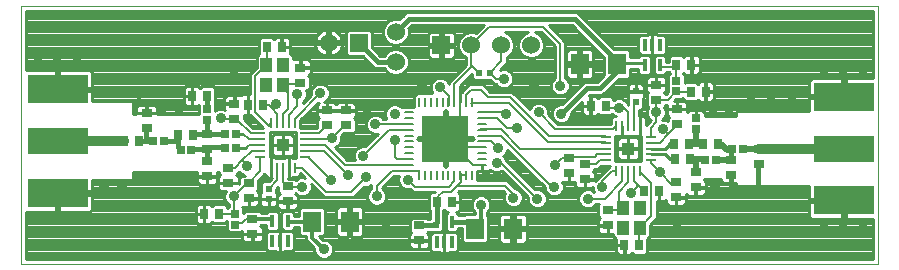
<source format=gtl>
G75*
G70*
%OFA0B0*%
%FSLAX24Y24*%
%IPPOS*%
%LPD*%
%AMOC8*
5,1,8,0,0,1.08239X$1,22.5*
%
%ADD10C,0.0000*%
%ADD11R,0.1575X0.1575*%
%ADD12C,0.0080*%
%ADD13R,0.0370X0.0110*%
%ADD14R,0.0110X0.0370*%
%ADD15R,0.0436X0.0436*%
%ADD16R,0.0157X0.0394*%
%ADD17R,0.0370X0.0250*%
%ADD18R,0.0250X0.0370*%
%ADD19R,0.0276X0.0256*%
%ADD20R,0.0600X0.0700*%
%ADD21R,0.0236X0.0236*%
%ADD22R,0.0394X0.0472*%
%ADD23R,0.0256X0.0276*%
%ADD24R,0.0600X0.0600*%
%ADD25C,0.0600*%
%ADD26R,0.2000X0.0950*%
%ADD27R,0.2000X0.0900*%
%ADD28C,0.0360*%
%ADD29C,0.0110*%
%ADD30C,0.0160*%
%ADD31C,0.0120*%
%ADD32C,0.0200*%
%ADD33C,0.0320*%
%ADD34C,0.0100*%
D10*
X000317Y000625D02*
X000317Y009195D01*
X028869Y009195D01*
X028869Y000625D01*
X000317Y000625D01*
D11*
X014451Y004793D03*
D12*
X014943Y005286D01*
X014943Y006015D01*
X014943Y005880D02*
X014943Y006150D01*
X015140Y006248D02*
X015140Y006015D01*
X015140Y005880D02*
X015140Y006150D01*
X015140Y006248D02*
X015317Y006425D01*
X015637Y006425D01*
X015877Y006185D01*
X016597Y006185D01*
X017917Y004865D01*
X019783Y004865D01*
X019793Y004854D01*
X019786Y004665D02*
X019793Y004657D01*
X019786Y004665D02*
X017877Y004665D01*
X016557Y005985D01*
X015317Y005985D01*
X015337Y005964D01*
X015337Y006015D01*
X015337Y005880D02*
X015337Y006150D01*
X014747Y006150D02*
X014747Y005880D01*
X014557Y005923D02*
X014550Y006015D01*
X014550Y005880D02*
X014550Y006150D01*
X014557Y006225D02*
X014557Y005923D01*
X014747Y006015D02*
X014747Y006614D01*
X015348Y007216D01*
X015580Y006985D01*
X015934Y006985D02*
X016134Y006785D01*
X016397Y006785D01*
X015934Y006985D02*
X016317Y007367D01*
X016317Y007905D01*
X015917Y008505D02*
X015317Y007905D01*
X015317Y007247D01*
X015348Y007216D01*
X014557Y006225D02*
X014277Y006505D01*
X014353Y006150D02*
X014353Y005880D01*
X014156Y005880D02*
X014156Y006150D01*
X013959Y006150D02*
X013959Y005880D01*
X013762Y005880D02*
X013762Y006150D01*
X013566Y006150D02*
X013566Y005880D01*
X013364Y005679D02*
X013094Y005679D01*
X013094Y005482D02*
X013364Y005482D01*
X013364Y005286D02*
X013094Y005286D01*
X013229Y005286D02*
X012178Y005286D01*
X012117Y005265D01*
X012581Y005089D02*
X011717Y004225D01*
X011114Y003908D02*
X010447Y004574D01*
X009781Y004574D01*
X009788Y004385D02*
X010397Y004385D01*
X011197Y003585D01*
X011317Y003025D02*
X011797Y003505D01*
X012157Y003225D02*
X012657Y003725D01*
X013567Y003725D01*
X013566Y003736D01*
X013566Y003571D01*
X013566Y003706D02*
X013566Y003436D01*
X013566Y003571D02*
X013559Y003665D01*
X013762Y003706D02*
X013762Y003436D01*
X013959Y003436D02*
X013959Y003706D01*
X014156Y003706D02*
X014156Y003436D01*
X014353Y003436D02*
X014353Y003706D01*
X014550Y003706D02*
X014550Y003436D01*
X014747Y003374D02*
X014557Y003185D01*
X013437Y003185D01*
X013197Y003425D01*
X012157Y003225D02*
X012157Y002865D01*
X011317Y003025D02*
X010477Y003025D01*
X009675Y003826D01*
X009427Y003826D01*
X009033Y003826D02*
X009033Y003348D01*
X009157Y003225D01*
X009197Y003185D01*
X009677Y003185D01*
X009187Y003195D02*
X009157Y003225D01*
X008836Y003401D02*
X008557Y003122D01*
X008836Y003401D02*
X008836Y003826D01*
X008285Y003723D02*
X007897Y003295D01*
X007827Y003295D01*
X007397Y002865D01*
X007397Y002322D01*
X007437Y002282D01*
X006907Y002285D01*
X007437Y001927D02*
X007494Y001985D01*
X007677Y001985D01*
X007807Y002115D01*
X008017Y002115D01*
X008027Y002105D01*
X008677Y002105D02*
X008685Y002096D01*
X008685Y002054D01*
X009203Y002048D02*
X009226Y002024D01*
X010637Y003425D02*
X009877Y004185D01*
X009785Y004185D01*
X009781Y004181D01*
X009781Y004378D02*
X009788Y004385D01*
X009781Y004771D02*
X010624Y004771D01*
X010657Y004805D01*
X011087Y005235D01*
X011137Y005235D01*
X010497Y005235D02*
X010230Y004968D01*
X009781Y004968D01*
X009427Y005323D02*
X009427Y005455D01*
X010277Y006305D01*
X009517Y006265D02*
X009517Y005865D01*
X009230Y005578D01*
X009230Y005323D01*
X009037Y005326D02*
X009033Y005323D01*
X009037Y005326D02*
X009037Y005385D01*
X009037Y005385D01*
X009037Y005625D01*
X009197Y005785D01*
X009197Y006305D01*
X009037Y006464D01*
X009037Y006568D01*
X009061Y006568D01*
X009117Y006625D01*
X009587Y006625D01*
X009617Y006655D01*
X008486Y007238D02*
X008117Y006869D01*
X008117Y005665D01*
X008579Y005203D01*
X008640Y005323D01*
X008836Y005323D02*
X008836Y005625D01*
X008657Y005805D01*
X008797Y005945D01*
X008657Y005805D02*
X008557Y005905D01*
X008387Y005905D01*
X008367Y005925D01*
X007517Y005425D02*
X007407Y005425D01*
X007417Y005455D01*
X007027Y005455D01*
X006957Y005465D01*
X007517Y005425D02*
X007973Y004968D01*
X008285Y004968D01*
X008285Y004771D02*
X007890Y004771D01*
X007717Y004945D01*
X007907Y004574D02*
X007797Y004465D01*
X007907Y004574D02*
X008285Y004574D01*
X008285Y004378D02*
X007990Y004378D01*
X007677Y004065D01*
X007837Y003905D01*
X007837Y003865D01*
X007677Y004065D02*
X007437Y003825D01*
X007267Y003825D01*
X007217Y003815D01*
X008285Y003723D02*
X008285Y004181D01*
X007117Y004505D02*
X007100Y004487D01*
X007100Y004465D01*
X006567Y004505D02*
X006517Y004455D01*
X006507Y004445D01*
X006014Y004455D02*
X005984Y004425D01*
X005074Y004705D02*
X005064Y004715D01*
X004710Y004715D02*
X004700Y004705D01*
X004477Y005135D02*
X004487Y005145D01*
X006027Y004925D02*
X006057Y004955D01*
X006497Y004975D02*
X006517Y004955D01*
X006527Y004945D01*
X011114Y003908D02*
X013229Y003908D01*
X013364Y003908D02*
X013094Y003908D01*
X013229Y004104D02*
X012837Y004104D01*
X012757Y004185D01*
X012757Y004745D01*
X013094Y004695D02*
X013364Y004695D01*
X013364Y004892D02*
X013094Y004892D01*
X013229Y005089D02*
X012581Y005089D01*
X013094Y005089D02*
X013364Y005089D01*
X014451Y004793D02*
X014747Y004498D01*
X014877Y004498D01*
X014837Y004458D01*
X014837Y004425D01*
X015354Y003908D01*
X015673Y003908D01*
X015538Y003908D02*
X015808Y003908D01*
X016157Y003985D02*
X016317Y003985D01*
X017517Y002785D01*
X016717Y002825D02*
X016717Y002945D01*
X016437Y003225D01*
X014877Y003225D01*
X014857Y003245D01*
X014957Y003345D01*
X014957Y003658D01*
X014943Y003571D01*
X014943Y003706D02*
X014943Y003436D01*
X014943Y003571D02*
X015140Y003571D01*
X015140Y003706D02*
X015140Y003436D01*
X015337Y003436D02*
X015337Y003706D01*
X014747Y003706D02*
X014747Y003436D01*
X014747Y003374D02*
X014747Y003571D01*
X014857Y003245D02*
X014637Y003025D01*
X014357Y003025D01*
X014197Y002865D01*
X014197Y002785D01*
X016290Y004892D02*
X017997Y003185D01*
X018077Y003185D01*
X019197Y002785D02*
X019757Y002785D01*
X020344Y003372D01*
X020344Y003712D01*
X020147Y003712D02*
X020005Y003712D01*
X019677Y003385D01*
X019677Y003185D01*
X020237Y003025D02*
X020237Y002632D01*
X020378Y002491D01*
X020282Y002395D01*
X019867Y002395D01*
X020917Y001809D02*
X020929Y001821D01*
X021317Y002209D01*
X021317Y003305D01*
X020935Y003687D01*
X020935Y003712D01*
X020738Y003712D02*
X020738Y003383D01*
X020845Y003277D01*
X020845Y003192D01*
X020637Y002985D01*
X020541Y003329D02*
X020237Y003025D01*
X020845Y003277D02*
X021067Y003055D01*
X020541Y003329D02*
X020541Y003712D01*
X021289Y003972D02*
X021289Y004067D01*
X021289Y003972D02*
X021597Y003665D01*
X022007Y003255D01*
X022137Y003335D01*
X019793Y004067D02*
X019599Y004067D01*
X019477Y003945D01*
X019107Y003945D01*
X019097Y003935D01*
X019437Y004185D02*
X018547Y004185D01*
X018577Y004135D01*
X018347Y004135D01*
X018117Y003905D01*
X019437Y004185D02*
X019516Y004263D01*
X019793Y004263D01*
X019793Y004460D02*
X016951Y004460D01*
X016307Y005105D01*
X015589Y005105D01*
X015673Y005089D01*
X015538Y005089D02*
X015808Y005089D01*
X015808Y005286D02*
X015538Y005286D01*
X015538Y005482D02*
X015808Y005482D01*
X015673Y005482D02*
X016179Y005482D01*
X016517Y005145D01*
X016837Y005145D01*
X016290Y004892D02*
X015673Y004892D01*
X015538Y004892D02*
X015808Y004892D01*
X015808Y004695D02*
X015538Y004695D01*
X015673Y004695D02*
X015966Y004695D01*
X016197Y004465D01*
X015808Y004498D02*
X015538Y004498D01*
X015673Y004498D02*
X014877Y004498D01*
X015538Y004301D02*
X015808Y004301D01*
X015808Y004104D02*
X015538Y004104D01*
X013364Y004104D02*
X013094Y004104D01*
X013094Y004301D02*
X013364Y004301D01*
X013364Y004498D02*
X013094Y004498D01*
X015538Y005679D02*
X015808Y005679D01*
X015673Y005679D02*
X016422Y005679D01*
X016477Y005625D01*
X017557Y005665D02*
X018117Y005105D01*
X020044Y005105D01*
X020147Y005208D01*
X020541Y005208D02*
X020541Y005680D01*
X020397Y005825D01*
X020237Y005825D01*
X019767Y005825D01*
X019787Y005885D01*
X020738Y005949D02*
X020797Y006007D01*
X020738Y005949D02*
X020738Y005208D01*
X021289Y005157D02*
X021477Y005345D01*
X021477Y005665D01*
X021477Y006085D01*
X021864Y006085D01*
X022147Y006367D01*
X022160Y006355D01*
X022627Y006355D01*
X022147Y006722D02*
X022147Y007185D01*
X021650Y007185D01*
X021601Y007233D01*
X022147Y007245D02*
X022147Y007185D01*
X020179Y007276D02*
X020117Y007213D01*
X020117Y006985D01*
X018277Y006545D02*
X018277Y007945D01*
X017717Y008505D01*
X015917Y008505D01*
X008487Y007845D02*
X008487Y007239D01*
X008486Y007238D01*
X021289Y005157D02*
X021289Y004854D01*
X021289Y004657D02*
X021589Y004657D01*
X021877Y004945D01*
X021717Y005105D01*
X021877Y004945D02*
X022077Y005145D01*
X022077Y005255D01*
X022177Y005275D01*
X020917Y001809D02*
X020917Y001245D01*
D13*
X021289Y004067D03*
X021289Y004263D03*
X021289Y004460D03*
X021289Y004657D03*
X021289Y004854D03*
X019793Y004854D03*
X019793Y004657D03*
X019793Y004460D03*
X019793Y004263D03*
X019793Y004067D03*
X009781Y004181D03*
X009781Y004378D03*
X009781Y004574D03*
X009781Y004771D03*
X009781Y004968D03*
X008285Y004968D03*
X008285Y004771D03*
X008285Y004574D03*
X008285Y004378D03*
X008285Y004181D03*
D14*
X008640Y003826D03*
X008836Y003826D03*
X009033Y003826D03*
X009230Y003826D03*
X009427Y003826D03*
X009427Y005323D03*
X009230Y005323D03*
X009033Y005323D03*
X008836Y005323D03*
X008640Y005323D03*
X020147Y005208D03*
X020344Y005208D03*
X020541Y005208D03*
X020738Y005208D03*
X020935Y005208D03*
X020935Y003712D03*
X020738Y003712D03*
X020541Y003712D03*
X020344Y003712D03*
X020147Y003712D03*
D15*
X020541Y004460D03*
X009033Y004574D03*
D16*
X009197Y002054D03*
X008685Y002054D03*
X008685Y001365D03*
X008941Y001365D03*
X009197Y001365D03*
X014156Y001333D03*
X014412Y001333D03*
X014668Y001333D03*
X014668Y002022D03*
X014156Y002022D03*
X021089Y007233D03*
X021601Y007233D03*
X021601Y007922D03*
X021345Y007922D03*
X021089Y007922D03*
D17*
X021477Y006585D03*
X021477Y006085D03*
X022177Y005775D03*
X022177Y005275D03*
X024887Y004455D03*
X023967Y004075D03*
X024887Y003955D03*
X023967Y003575D03*
X022793Y003663D03*
X022137Y003335D03*
X022793Y003163D03*
X022137Y002835D03*
X019867Y002395D03*
X019867Y001895D03*
X019097Y003435D03*
X018577Y003635D03*
X019097Y003935D03*
X018577Y004135D03*
X013577Y001895D03*
X013577Y001395D03*
X009187Y002695D03*
X009187Y003195D03*
X007897Y003295D03*
X007217Y003315D03*
X006507Y003535D03*
X007217Y003815D03*
X006507Y004035D03*
X006517Y004455D03*
X006517Y004955D03*
X007417Y005455D03*
X007417Y005955D03*
X009617Y006655D03*
X009617Y007155D03*
X010497Y005735D03*
X011137Y005735D03*
X011137Y005235D03*
X010497Y005235D03*
X004487Y005145D03*
X004487Y005645D03*
X007897Y002795D03*
X008017Y002115D03*
X008017Y001615D03*
D18*
X006907Y002285D03*
X006407Y002285D03*
X004247Y004705D03*
X003747Y004705D03*
X005527Y004925D03*
X006027Y004925D03*
X007867Y005925D03*
X008367Y005925D03*
X006507Y006215D03*
X006007Y006215D03*
X008487Y007845D03*
X008987Y007845D03*
X019287Y005885D03*
X019787Y005885D03*
X022627Y006355D03*
X023127Y006355D03*
X022647Y007245D03*
X022147Y007245D03*
X022082Y004618D03*
X022582Y004618D03*
X023022Y004614D03*
X023522Y004614D03*
X022590Y004106D03*
X022090Y004106D03*
X021567Y003055D03*
X021067Y003055D03*
X020917Y001245D03*
X020417Y001245D03*
X014667Y002685D03*
X014167Y002685D03*
D19*
X007437Y002282D03*
X007437Y001927D03*
X006497Y005417D03*
X006497Y005772D03*
X022147Y006367D03*
X022147Y006722D03*
X022797Y005464D03*
X022797Y005110D03*
D20*
X020179Y007276D03*
X018929Y007276D03*
X011264Y002024D03*
X010014Y002024D03*
X015451Y001787D03*
X016701Y001787D03*
D21*
X008557Y002767D03*
X008557Y003122D03*
X015580Y006985D03*
X015934Y006985D03*
X020797Y006362D03*
X020797Y006007D03*
D22*
X020929Y002491D03*
X020378Y002491D03*
X020378Y001821D03*
X020929Y001821D03*
X009037Y006568D03*
X008486Y006568D03*
X008486Y007238D03*
X009037Y007238D03*
D23*
X007454Y004945D03*
X007100Y004945D03*
X007100Y004465D03*
X007454Y004465D03*
X005984Y004425D03*
X005630Y004425D03*
X005064Y004715D03*
X004710Y004715D03*
X023119Y004067D03*
X023473Y004067D03*
X024010Y004445D03*
X024364Y004445D03*
D24*
X014317Y007905D03*
X011557Y007985D03*
D25*
X010557Y007985D03*
X012797Y008345D03*
X015317Y007905D03*
X016317Y007905D03*
X017317Y007905D03*
X012797Y007345D03*
D26*
X001523Y006438D03*
X001523Y002979D03*
X027733Y002729D03*
X027733Y006188D03*
D27*
X027733Y004453D03*
X001523Y004703D03*
D28*
X004317Y003425D03*
X004877Y003425D03*
X005397Y003425D03*
X005917Y003425D03*
X007397Y002865D03*
X009677Y003185D03*
X010637Y003425D03*
X011197Y003585D03*
X011797Y003505D03*
X013197Y003425D03*
X012157Y002865D03*
X012477Y002025D03*
X010397Y001105D03*
X015637Y002585D03*
X016717Y002825D03*
X017517Y002785D03*
X018077Y003185D03*
X019197Y002785D03*
X019677Y003185D03*
X020637Y002985D03*
X021597Y003665D03*
X023437Y003185D03*
X023997Y002945D03*
X024637Y002945D03*
X025317Y002945D03*
X026077Y002945D03*
X027077Y001825D03*
X027717Y001825D03*
X028357Y001825D03*
X022157Y001825D03*
X018357Y002105D03*
X015797Y003545D03*
X016157Y003985D03*
X016197Y004465D03*
X014437Y004785D03*
X012757Y004745D03*
X012117Y005265D03*
X012757Y005625D03*
X011837Y005825D03*
X010277Y006305D03*
X009517Y006265D03*
X008797Y005945D03*
X006957Y005465D03*
X005557Y005825D03*
X004997Y005825D03*
X004237Y006265D03*
X003597Y006305D03*
X002997Y006305D03*
X002157Y007305D03*
X001517Y007305D03*
X000877Y007305D03*
X007397Y006865D03*
X010657Y004805D03*
X011717Y004225D03*
X007837Y003865D03*
X003677Y003185D03*
X003077Y003185D03*
X002197Y002145D03*
X001517Y002145D03*
X000877Y002145D03*
X013677Y006625D03*
X014277Y006505D03*
X016397Y006785D03*
X017397Y006625D03*
X018277Y006545D03*
X020237Y005825D03*
X021477Y005665D03*
X021717Y005105D03*
X023357Y005825D03*
X023917Y005825D03*
X024637Y006025D03*
X025317Y006025D03*
X025997Y006025D03*
X027077Y007065D03*
X027717Y007065D03*
X028357Y007065D03*
X022397Y008065D03*
X018317Y005625D03*
X017557Y005665D03*
X016477Y005625D03*
X016837Y005145D03*
X018117Y003905D03*
D29*
X018569Y003627D02*
X018584Y003627D01*
X018584Y003355D01*
X018757Y003355D01*
X018757Y003245D01*
X018848Y003155D01*
X019089Y003155D01*
X019089Y003427D01*
X019104Y003427D01*
X019104Y003155D01*
X019346Y003155D01*
X019362Y003170D01*
X019362Y003122D01*
X019402Y003025D01*
X019375Y003052D01*
X019259Y003100D01*
X019134Y003100D01*
X019018Y003052D01*
X018930Y002963D01*
X018882Y002847D01*
X018882Y002722D01*
X018930Y002606D01*
X019018Y002518D01*
X019134Y002470D01*
X019259Y002470D01*
X019375Y002518D01*
X019464Y002606D01*
X019465Y002610D01*
X019581Y002610D01*
X019547Y002575D01*
X019547Y002214D01*
X019602Y002159D01*
X019527Y002084D01*
X019527Y001902D01*
X019859Y001902D01*
X019859Y001887D01*
X019527Y001887D01*
X019527Y001705D01*
X019618Y001615D01*
X019859Y001615D01*
X019859Y001887D01*
X019874Y001887D01*
X019874Y001615D01*
X020046Y001615D01*
X020046Y001529D01*
X020125Y001450D01*
X020137Y001450D01*
X020137Y001252D01*
X020409Y001252D01*
X020409Y001237D01*
X020137Y001237D01*
X020137Y000995D01*
X020228Y000905D01*
X020409Y000905D01*
X020409Y001237D01*
X020424Y001237D01*
X020424Y000905D01*
X020606Y000905D01*
X020681Y000980D01*
X020736Y000925D01*
X021098Y000925D01*
X021177Y001004D01*
X021177Y001450D01*
X021182Y001450D01*
X021261Y001529D01*
X021261Y001906D01*
X021492Y002136D01*
X021492Y002281D01*
X021492Y002715D01*
X021559Y002715D01*
X021559Y003047D01*
X021574Y003047D01*
X021574Y002715D01*
X021756Y002715D01*
X021797Y002755D01*
X021797Y002645D01*
X021888Y002555D01*
X022129Y002555D01*
X022129Y002827D01*
X022144Y002827D01*
X022144Y002555D01*
X022386Y002555D01*
X022477Y002645D01*
X022477Y002827D01*
X022145Y002827D01*
X022145Y002842D01*
X022477Y002842D01*
X022477Y002950D01*
X022544Y002883D01*
X022786Y002883D01*
X022786Y003155D01*
X022801Y003155D01*
X022801Y003170D01*
X023133Y003170D01*
X023133Y003352D01*
X023058Y003427D01*
X023081Y003450D01*
X023627Y003450D01*
X023627Y003385D01*
X023718Y003295D01*
X023959Y003295D01*
X023959Y003450D01*
X023974Y003450D01*
X023974Y003295D01*
X024142Y003295D01*
X024142Y003242D01*
X024174Y003210D01*
X026578Y003210D01*
X026578Y002784D01*
X027677Y002784D01*
X027677Y002674D01*
X026578Y002674D01*
X026578Y002189D01*
X026668Y002099D01*
X027678Y002099D01*
X027678Y002674D01*
X027787Y002674D01*
X027787Y002099D01*
X028714Y002099D01*
X028714Y000780D01*
X000472Y000780D01*
X000472Y002349D01*
X001468Y002349D01*
X001468Y002924D01*
X001577Y002924D01*
X001577Y002349D01*
X002587Y002349D01*
X002678Y002439D01*
X002678Y002924D01*
X001578Y002924D01*
X001578Y003034D01*
X002678Y003034D01*
X002678Y003410D01*
X004020Y003410D01*
X004052Y003442D01*
X004052Y003690D01*
X006167Y003690D01*
X006167Y003542D01*
X006499Y003542D01*
X006499Y003527D01*
X006167Y003527D01*
X006167Y003345D01*
X006258Y003255D01*
X006499Y003255D01*
X006499Y003527D01*
X006514Y003527D01*
X006514Y003255D01*
X006756Y003255D01*
X006847Y003345D01*
X006847Y003527D01*
X006515Y003527D01*
X006515Y003542D01*
X006847Y003542D01*
X006847Y003690D01*
X006897Y003690D01*
X006897Y003634D01*
X006952Y003579D01*
X006877Y003504D01*
X006877Y003322D01*
X007209Y003322D01*
X007209Y003307D01*
X006877Y003307D01*
X006877Y003125D01*
X006968Y003035D01*
X007126Y003035D01*
X007082Y002927D01*
X007082Y002802D01*
X007130Y002686D01*
X007218Y002598D01*
X007222Y002596D01*
X007222Y002523D01*
X007167Y002468D01*
X007167Y002525D01*
X007088Y002605D01*
X006726Y002605D01*
X006671Y002550D01*
X006596Y002625D01*
X006414Y002625D01*
X006414Y002292D01*
X006399Y002292D01*
X006399Y002277D01*
X006127Y002277D01*
X006127Y002035D01*
X006218Y001945D01*
X006399Y001945D01*
X006399Y002277D01*
X006414Y002277D01*
X006414Y001945D01*
X006596Y001945D01*
X006671Y002020D01*
X006726Y001965D01*
X007088Y001965D01*
X007164Y002041D01*
X007164Y001744D01*
X007243Y001664D01*
X007631Y001664D01*
X007677Y001711D01*
X007677Y001622D01*
X008009Y001622D01*
X008009Y001607D01*
X007677Y001607D01*
X007677Y001425D01*
X007768Y001335D01*
X008009Y001335D01*
X008009Y001607D01*
X008024Y001607D01*
X008024Y001335D01*
X008266Y001335D01*
X008357Y001425D01*
X008357Y001607D01*
X008025Y001607D01*
X008025Y001622D01*
X008357Y001622D01*
X008357Y001804D01*
X008282Y001879D01*
X008313Y001910D01*
X008471Y001910D01*
X008471Y001801D01*
X008550Y001722D01*
X008820Y001722D01*
X008899Y001801D01*
X008899Y002306D01*
X008820Y002385D01*
X008550Y002385D01*
X008471Y002306D01*
X008471Y002300D01*
X008333Y002300D01*
X008258Y002375D01*
X007776Y002375D01*
X007710Y002308D01*
X007710Y002466D01*
X007661Y002515D01*
X007889Y002515D01*
X007889Y002787D01*
X007904Y002787D01*
X007904Y002515D01*
X008146Y002515D01*
X008237Y002605D01*
X008237Y002787D01*
X007905Y002787D01*
X007905Y002802D01*
X008237Y002802D01*
X008237Y002984D01*
X008162Y003059D01*
X008217Y003114D01*
X008217Y003387D01*
X008412Y003602D01*
X008430Y003620D01*
X008430Y003577D01*
X008520Y003486D01*
X008639Y003486D01*
X008639Y003826D01*
X008640Y003826D01*
X008640Y003486D01*
X008661Y003486D01*
X008661Y003474D01*
X008562Y003375D01*
X008383Y003375D01*
X008304Y003296D01*
X008304Y002970D01*
X008284Y002950D01*
X008284Y002771D01*
X008553Y002771D01*
X008553Y002763D01*
X008561Y002763D01*
X008561Y002494D01*
X008739Y002494D01*
X008830Y002585D01*
X008830Y002763D01*
X008561Y002763D01*
X008561Y002771D01*
X008830Y002771D01*
X008830Y002950D01*
X008810Y002970D01*
X008810Y003127D01*
X008867Y003184D01*
X008867Y003014D01*
X008922Y002959D01*
X008847Y002884D01*
X008847Y002702D01*
X009179Y002702D01*
X009179Y002687D01*
X008847Y002687D01*
X008847Y002505D01*
X008938Y002415D01*
X009179Y002415D01*
X009179Y002687D01*
X009194Y002687D01*
X009194Y002415D01*
X009436Y002415D01*
X009527Y002505D01*
X009527Y002687D01*
X009195Y002687D01*
X009195Y002702D01*
X009527Y002702D01*
X009527Y002884D01*
X009452Y002959D01*
X009455Y002961D01*
X009498Y002918D01*
X009614Y002870D01*
X009739Y002870D01*
X009855Y002918D01*
X009944Y003006D01*
X009992Y003122D01*
X009992Y003247D01*
X009981Y003273D01*
X010302Y002952D01*
X010404Y002850D01*
X011244Y002850D01*
X011389Y002850D01*
X011731Y003191D01*
X011734Y003190D01*
X011859Y003190D01*
X011975Y003238D01*
X011982Y003244D01*
X011982Y003152D01*
X011982Y003133D01*
X011978Y003132D01*
X011890Y003043D01*
X011842Y002927D01*
X011842Y002802D01*
X011890Y002686D01*
X011978Y002598D01*
X012094Y002550D01*
X012219Y002550D01*
X012335Y002598D01*
X012424Y002686D01*
X012472Y002802D01*
X012472Y002927D01*
X012424Y003043D01*
X012335Y003132D01*
X012332Y003133D01*
X012332Y003152D01*
X012729Y003550D01*
X012908Y003550D01*
X012882Y003487D01*
X012882Y003362D01*
X012930Y003246D01*
X013018Y003158D01*
X013134Y003110D01*
X013259Y003110D01*
X013263Y003111D01*
X013364Y003010D01*
X013509Y003010D01*
X014094Y003010D01*
X014089Y003005D01*
X013986Y003005D01*
X013907Y002925D01*
X013907Y002444D01*
X013941Y002409D01*
X013941Y002111D01*
X013939Y002110D01*
X013863Y002110D01*
X013818Y002155D01*
X013336Y002155D01*
X013257Y002075D01*
X013257Y001714D01*
X013312Y001659D01*
X013237Y001584D01*
X013237Y001402D01*
X013569Y001402D01*
X013569Y001387D01*
X013237Y001387D01*
X013237Y001205D01*
X013328Y001115D01*
X013569Y001115D01*
X013569Y001387D01*
X013584Y001387D01*
X013584Y001115D01*
X013826Y001115D01*
X013917Y001205D01*
X013917Y001387D01*
X013585Y001387D01*
X013585Y001402D01*
X013917Y001402D01*
X013917Y001584D01*
X013842Y001659D01*
X013863Y001680D01*
X013939Y001680D01*
X014117Y001680D01*
X014128Y001690D01*
X014291Y001690D01*
X014370Y001769D01*
X014370Y001932D01*
X014371Y001933D01*
X014371Y002388D01*
X014403Y002420D01*
X014478Y002345D01*
X014524Y002345D01*
X014454Y002275D01*
X014454Y002112D01*
X014453Y002111D01*
X014453Y001933D01*
X014454Y001932D01*
X014454Y001769D01*
X014533Y001690D01*
X014803Y001690D01*
X014882Y001769D01*
X014882Y001807D01*
X015016Y001807D01*
X015016Y001381D01*
X015095Y001302D01*
X015807Y001302D01*
X015886Y001381D01*
X015886Y002193D01*
X015832Y002246D01*
X015832Y002334D01*
X015904Y002406D01*
X015952Y002522D01*
X015952Y002647D01*
X015904Y002763D01*
X015815Y002852D01*
X015699Y002900D01*
X015574Y002900D01*
X015458Y002852D01*
X015370Y002763D01*
X015322Y002647D01*
X015322Y002522D01*
X015370Y002406D01*
X015442Y002334D01*
X015442Y002272D01*
X015095Y002272D01*
X015060Y002237D01*
X014882Y002237D01*
X014882Y002275D01*
X014812Y002345D01*
X014856Y002345D01*
X014947Y002435D01*
X014947Y002677D01*
X014675Y002677D01*
X014675Y002692D01*
X014947Y002692D01*
X014947Y002934D01*
X014870Y003010D01*
X014909Y003050D01*
X014949Y003050D01*
X016364Y003050D01*
X016438Y002976D01*
X016402Y002887D01*
X016402Y002762D01*
X016450Y002646D01*
X016538Y002558D01*
X016654Y002510D01*
X016779Y002510D01*
X016895Y002558D01*
X016984Y002646D01*
X017032Y002762D01*
X017032Y002887D01*
X016984Y003003D01*
X016895Y003092D01*
X016779Y003140D01*
X016769Y003140D01*
X016509Y003400D01*
X016364Y003400D01*
X015512Y003400D01*
X015512Y003713D01*
X015673Y003713D01*
X015673Y003907D01*
X015674Y003907D01*
X015674Y003713D01*
X015889Y003713D01*
X015936Y003760D01*
X015978Y003718D01*
X016094Y003670D01*
X016219Y003670D01*
X016335Y003718D01*
X016336Y003718D01*
X017203Y002851D01*
X017202Y002847D01*
X017202Y002722D01*
X017250Y002606D01*
X017338Y002518D01*
X017454Y002470D01*
X017579Y002470D01*
X017695Y002518D01*
X017784Y002606D01*
X017832Y002722D01*
X017832Y002847D01*
X017784Y002963D01*
X017695Y003052D01*
X017579Y003100D01*
X017454Y003100D01*
X017451Y003098D01*
X016492Y004057D01*
X016451Y004098D01*
X016424Y004163D01*
X016382Y004205D01*
X016464Y004286D01*
X016512Y004402D01*
X016512Y004422D01*
X017762Y003172D01*
X017762Y003122D01*
X017810Y003006D01*
X017898Y002918D01*
X018014Y002870D01*
X018139Y002870D01*
X018255Y002918D01*
X018344Y003006D01*
X018392Y003122D01*
X018392Y003247D01*
X018347Y003355D01*
X018569Y003355D01*
X018569Y003627D01*
X018569Y003591D02*
X018584Y003591D01*
X018584Y003482D02*
X018569Y003482D01*
X018569Y003374D02*
X018584Y003374D01*
X018757Y003265D02*
X018384Y003265D01*
X018392Y003157D02*
X018845Y003157D01*
X019015Y003048D02*
X018361Y003048D01*
X018277Y002940D02*
X018920Y002940D01*
X018882Y002831D02*
X017832Y002831D01*
X017832Y002723D02*
X018882Y002723D01*
X018926Y002614D02*
X017787Y002614D01*
X017666Y002505D02*
X019047Y002505D01*
X019346Y002505D02*
X019547Y002505D01*
X019547Y002397D02*
X015895Y002397D01*
X015832Y002288D02*
X016333Y002288D01*
X016337Y002292D02*
X016246Y002201D01*
X016246Y001841D01*
X016646Y001841D01*
X016646Y001732D01*
X016246Y001732D01*
X016246Y001372D01*
X016337Y001282D01*
X016646Y001282D01*
X016646Y001731D01*
X016756Y001731D01*
X016756Y001282D01*
X017065Y001282D01*
X017156Y001372D01*
X017156Y001732D01*
X016756Y001732D01*
X016756Y001841D01*
X017156Y001841D01*
X017156Y002201D01*
X017065Y002292D01*
X016756Y002292D01*
X016756Y001842D01*
X016646Y001842D01*
X016646Y002292D01*
X016337Y002292D01*
X016246Y002180D02*
X015886Y002180D01*
X015886Y002071D02*
X016246Y002071D01*
X016246Y001963D02*
X015886Y001963D01*
X015886Y001854D02*
X016246Y001854D01*
X015886Y001746D02*
X016646Y001746D01*
X016646Y001854D02*
X016756Y001854D01*
X016756Y001746D02*
X019527Y001746D01*
X019527Y001854D02*
X017156Y001854D01*
X017156Y001963D02*
X019527Y001963D01*
X019527Y002071D02*
X017156Y002071D01*
X017156Y002180D02*
X019581Y002180D01*
X019547Y002288D02*
X017068Y002288D01*
X016756Y002288D02*
X016646Y002288D01*
X016646Y002180D02*
X016756Y002180D01*
X016756Y002071D02*
X016646Y002071D01*
X016646Y001963D02*
X016756Y001963D01*
X016756Y001637D02*
X016646Y001637D01*
X016646Y001529D02*
X016756Y001529D01*
X016756Y001420D02*
X016646Y001420D01*
X016646Y001311D02*
X016756Y001311D01*
X017095Y001311D02*
X020137Y001311D01*
X020137Y001203D02*
X014882Y001203D01*
X014882Y001311D02*
X015085Y001311D01*
X015016Y001420D02*
X014882Y001420D01*
X014882Y001529D02*
X015016Y001529D01*
X015016Y001637D02*
X014830Y001637D01*
X014803Y001665D02*
X014575Y001665D01*
X014555Y001685D01*
X014412Y001685D01*
X014412Y001334D01*
X014412Y001334D01*
X014412Y001685D01*
X014269Y001685D01*
X014249Y001665D01*
X014021Y001665D01*
X013942Y001586D01*
X013942Y001080D01*
X014021Y001001D01*
X014249Y001001D01*
X014269Y000981D01*
X014412Y000981D01*
X014555Y000981D01*
X014575Y001001D01*
X014803Y001001D01*
X014882Y001080D01*
X014882Y001586D01*
X014803Y001665D01*
X014858Y001746D02*
X015016Y001746D01*
X014478Y001746D02*
X014346Y001746D01*
X014370Y001854D02*
X014454Y001854D01*
X014453Y001963D02*
X014371Y001963D01*
X014371Y002071D02*
X014453Y002071D01*
X014454Y002180D02*
X014371Y002180D01*
X014371Y002288D02*
X014468Y002288D01*
X014425Y002397D02*
X014380Y002397D01*
X013941Y002397D02*
X011719Y002397D01*
X011719Y002438D02*
X011628Y002529D01*
X011318Y002529D01*
X011318Y002079D01*
X011209Y002079D01*
X011209Y002529D01*
X010899Y002529D01*
X010809Y002438D01*
X010809Y002079D01*
X011208Y002079D01*
X011208Y001969D01*
X010809Y001969D01*
X010809Y001610D01*
X010899Y001519D01*
X011209Y001519D01*
X011209Y001969D01*
X011318Y001969D01*
X011318Y001519D01*
X011628Y001519D01*
X011719Y001610D01*
X011719Y001969D01*
X011319Y001969D01*
X011319Y002079D01*
X011719Y002079D01*
X011719Y002438D01*
X011651Y002505D02*
X013907Y002505D01*
X013907Y002614D02*
X012352Y002614D01*
X012439Y002723D02*
X013907Y002723D01*
X013907Y002831D02*
X012472Y002831D01*
X012467Y002940D02*
X013921Y002940D01*
X013326Y003048D02*
X012419Y003048D01*
X012336Y003157D02*
X013020Y003157D01*
X012922Y003265D02*
X012445Y003265D01*
X012554Y003374D02*
X012882Y003374D01*
X012882Y003482D02*
X012662Y003482D01*
X011982Y003157D02*
X011696Y003157D01*
X011588Y003048D02*
X011895Y003048D01*
X011847Y002940D02*
X011479Y002940D01*
X011842Y002831D02*
X009527Y002831D01*
X009527Y002723D02*
X011875Y002723D01*
X011962Y002614D02*
X009527Y002614D01*
X009527Y002505D02*
X009654Y002505D01*
X009658Y002509D02*
X009579Y002430D01*
X009579Y002219D01*
X009411Y002219D01*
X009411Y002306D01*
X009331Y002385D01*
X009062Y002385D01*
X008983Y002306D01*
X008983Y002144D01*
X008982Y002143D01*
X008982Y001964D01*
X008983Y001963D01*
X008899Y001963D01*
X008983Y001963D02*
X008983Y001801D01*
X009062Y001722D01*
X009331Y001722D01*
X009411Y001801D01*
X009411Y001829D01*
X009579Y001829D01*
X009579Y001618D01*
X009658Y001539D01*
X009819Y001539D01*
X009819Y001407D01*
X010082Y001144D01*
X010082Y001042D01*
X010130Y000926D01*
X010218Y000838D01*
X010334Y000790D01*
X010459Y000790D01*
X010575Y000838D01*
X010664Y000926D01*
X010712Y001042D01*
X010712Y001167D01*
X010664Y001283D01*
X010575Y001372D01*
X010459Y001420D01*
X010358Y001420D01*
X010238Y001539D01*
X010369Y001539D01*
X010449Y001618D01*
X010449Y002430D01*
X010369Y002509D01*
X009658Y002509D01*
X009194Y002505D02*
X009179Y002505D01*
X009179Y002614D02*
X009194Y002614D01*
X008847Y002614D02*
X008830Y002614D01*
X008830Y002723D02*
X008847Y002723D01*
X008847Y002831D02*
X008830Y002831D01*
X008830Y002940D02*
X008903Y002940D01*
X008867Y003048D02*
X008810Y003048D01*
X008839Y003157D02*
X008867Y003157D01*
X008304Y003157D02*
X008217Y003157D01*
X008217Y003265D02*
X008304Y003265D01*
X008382Y003374D02*
X008217Y003374D01*
X008303Y003482D02*
X008661Y003482D01*
X008639Y003591D02*
X008640Y003591D01*
X008639Y003699D02*
X008640Y003699D01*
X008430Y003591D02*
X008402Y003591D01*
X007762Y003555D02*
X007656Y003555D01*
X007577Y003475D01*
X007577Y003292D01*
X007557Y003272D01*
X007557Y003307D01*
X007225Y003307D01*
X007225Y003322D01*
X007557Y003322D01*
X007557Y003504D01*
X007482Y003579D01*
X007537Y003634D01*
X007537Y003677D01*
X007549Y003690D01*
X007568Y003690D01*
X007570Y003686D01*
X007658Y003598D01*
X007762Y003555D01*
X007674Y003591D02*
X007494Y003591D01*
X007557Y003482D02*
X007584Y003482D01*
X007577Y003374D02*
X007557Y003374D01*
X006940Y003591D02*
X006847Y003591D01*
X006847Y003482D02*
X006877Y003482D01*
X006877Y003374D02*
X006847Y003374D01*
X006877Y003265D02*
X006767Y003265D01*
X006877Y003157D02*
X002678Y003157D01*
X002678Y003265D02*
X006247Y003265D01*
X006167Y003374D02*
X002678Y003374D01*
X002678Y003048D02*
X006954Y003048D01*
X007087Y002940D02*
X001578Y002940D01*
X001577Y002831D02*
X001468Y002831D01*
X001468Y002723D02*
X001577Y002723D01*
X001577Y002614D02*
X001468Y002614D01*
X001468Y002505D02*
X001577Y002505D01*
X001577Y002397D02*
X001468Y002397D01*
X000472Y002288D02*
X006399Y002288D01*
X006399Y002292D02*
X006127Y002292D01*
X006127Y002534D01*
X006218Y002625D01*
X006399Y002625D01*
X006399Y002292D01*
X006399Y002397D02*
X006414Y002397D01*
X006127Y002397D02*
X002635Y002397D01*
X002678Y002505D02*
X006127Y002505D01*
X006207Y002614D02*
X002678Y002614D01*
X002678Y002723D02*
X007115Y002723D01*
X007082Y002831D02*
X002678Y002831D01*
X004052Y003482D02*
X006167Y003482D01*
X006167Y003591D02*
X004052Y003591D01*
X006499Y003482D02*
X006514Y003482D01*
X006514Y003374D02*
X006499Y003374D01*
X006499Y003265D02*
X006514Y003265D01*
X007889Y002723D02*
X007904Y002723D01*
X007904Y002614D02*
X007889Y002614D01*
X007670Y002505D02*
X008363Y002505D01*
X008375Y002494D02*
X008284Y002585D01*
X008284Y002763D01*
X008553Y002763D01*
X008553Y002494D01*
X008375Y002494D01*
X008553Y002505D02*
X008561Y002505D01*
X008553Y002614D02*
X008561Y002614D01*
X008553Y002723D02*
X008561Y002723D01*
X008284Y002723D02*
X008237Y002723D01*
X008237Y002831D02*
X008284Y002831D01*
X008284Y002940D02*
X008237Y002940D01*
X008172Y003048D02*
X008304Y003048D01*
X008284Y002614D02*
X008237Y002614D01*
X008750Y002505D02*
X008847Y002505D01*
X008899Y002288D02*
X008983Y002288D01*
X008983Y002180D02*
X008899Y002180D01*
X008899Y002071D02*
X008982Y002071D01*
X008983Y001854D02*
X008899Y001854D01*
X008844Y001746D02*
X009038Y001746D01*
X009084Y001716D02*
X008941Y001716D01*
X008941Y001365D01*
X008941Y001365D01*
X008941Y001716D01*
X008798Y001716D01*
X008778Y001696D01*
X008550Y001696D01*
X008471Y001617D01*
X008471Y001112D01*
X008550Y001033D01*
X008778Y001033D01*
X008798Y001013D01*
X008941Y001013D01*
X009084Y001013D01*
X009104Y001033D01*
X009331Y001033D01*
X009411Y001112D01*
X009411Y001617D01*
X009331Y001696D01*
X009104Y001696D01*
X009084Y001716D01*
X008941Y001637D02*
X008941Y001637D01*
X008941Y001529D02*
X008941Y001529D01*
X008941Y001420D02*
X008941Y001420D01*
X008941Y001364D02*
X008941Y001013D01*
X008941Y001364D01*
X008941Y001364D01*
X008941Y001311D02*
X008941Y001311D01*
X008941Y001203D02*
X008941Y001203D01*
X009411Y001203D02*
X010023Y001203D01*
X009914Y001311D02*
X009411Y001311D01*
X009411Y001420D02*
X009819Y001420D01*
X009819Y001529D02*
X009411Y001529D01*
X009391Y001637D02*
X009579Y001637D01*
X009579Y001746D02*
X009355Y001746D01*
X008526Y001746D02*
X008357Y001746D01*
X008357Y001637D02*
X008491Y001637D01*
X008471Y001529D02*
X008357Y001529D01*
X008351Y001420D02*
X008471Y001420D01*
X008471Y001311D02*
X000472Y001311D01*
X000472Y001203D02*
X008471Y001203D01*
X008489Y001094D02*
X000472Y001094D01*
X000472Y000986D02*
X010105Y000986D01*
X010082Y001094D02*
X009393Y001094D01*
X008941Y001094D02*
X008941Y001094D01*
X008024Y001420D02*
X008009Y001420D01*
X008009Y001529D02*
X008024Y001529D01*
X007677Y001529D02*
X000472Y001529D01*
X000472Y001637D02*
X007677Y001637D01*
X007164Y001746D02*
X000472Y001746D01*
X000472Y001854D02*
X007164Y001854D01*
X007164Y001963D02*
X006614Y001963D01*
X006414Y001963D02*
X006399Y001963D01*
X006399Y002071D02*
X006414Y002071D01*
X006414Y002180D02*
X006399Y002180D01*
X006127Y002180D02*
X000472Y002180D01*
X000472Y002071D02*
X006127Y002071D01*
X006199Y001963D02*
X000472Y001963D01*
X000472Y001420D02*
X007682Y001420D01*
X008306Y001854D02*
X008471Y001854D01*
X009411Y002288D02*
X009579Y002288D01*
X009579Y002397D02*
X007710Y002397D01*
X007204Y002505D02*
X007167Y002505D01*
X007202Y002614D02*
X006607Y002614D01*
X006414Y002614D02*
X006399Y002614D01*
X006399Y002505D02*
X006414Y002505D01*
X009208Y003455D02*
X009208Y003486D01*
X009230Y003486D01*
X009230Y003826D01*
X009230Y003826D01*
X009230Y003486D01*
X009349Y003486D01*
X009369Y003506D01*
X009538Y003506D01*
X009617Y003586D01*
X009617Y003637D01*
X009765Y003489D01*
X009739Y003500D01*
X009614Y003500D01*
X009498Y003452D01*
X009465Y003418D01*
X009428Y003455D01*
X009208Y003455D01*
X009208Y003482D02*
X009573Y003482D01*
X009617Y003591D02*
X009663Y003591D01*
X009230Y003591D02*
X009230Y003591D01*
X009230Y003699D02*
X009230Y003699D01*
X009230Y003808D02*
X009230Y003808D01*
X009230Y003827D02*
X009230Y004166D01*
X009111Y004166D01*
X009091Y004146D01*
X008922Y004146D01*
X008779Y004146D01*
X008759Y004166D01*
X008640Y004166D01*
X008640Y003827D01*
X008639Y003827D01*
X008639Y004166D01*
X008605Y004166D01*
X008605Y004292D01*
X008605Y004489D01*
X008605Y004685D01*
X008605Y004882D01*
X008605Y005003D01*
X008750Y005003D01*
X008947Y005003D01*
X009144Y005003D01*
X009341Y005003D01*
X009461Y005003D01*
X009461Y004857D01*
X009461Y004660D01*
X009461Y004464D01*
X009461Y004267D01*
X009461Y004146D01*
X009369Y004146D01*
X009349Y004166D01*
X009230Y004166D01*
X009230Y003827D01*
X009230Y003827D01*
X009230Y003917D02*
X009230Y003917D01*
X009230Y004025D02*
X009230Y004025D01*
X009230Y004134D02*
X009230Y004134D01*
X009316Y004201D02*
X009406Y004292D01*
X009406Y004570D01*
X009038Y004570D01*
X009038Y004579D01*
X009406Y004579D01*
X009406Y004857D01*
X009316Y004948D01*
X009037Y004948D01*
X009037Y004579D01*
X009029Y004579D01*
X009029Y004948D01*
X008751Y004948D01*
X008660Y004857D01*
X008660Y004579D01*
X009029Y004579D01*
X009029Y004570D01*
X009037Y004570D01*
X009037Y004201D01*
X009316Y004201D01*
X009356Y004242D02*
X009461Y004242D01*
X009461Y004351D02*
X009406Y004351D01*
X009406Y004459D02*
X009461Y004459D01*
X009461Y004568D02*
X009406Y004568D01*
X009406Y004676D02*
X009461Y004676D01*
X009461Y004785D02*
X009406Y004785D01*
X009370Y004893D02*
X009461Y004893D01*
X009461Y005002D02*
X008605Y005002D01*
X008605Y004893D02*
X008697Y004893D01*
X008660Y004785D02*
X008605Y004785D01*
X008605Y004676D02*
X008660Y004676D01*
X008660Y004570D02*
X008660Y004292D01*
X008751Y004201D01*
X009029Y004201D01*
X009029Y004570D01*
X008660Y004570D01*
X008660Y004568D02*
X008605Y004568D01*
X008605Y004459D02*
X008660Y004459D01*
X008660Y004351D02*
X008605Y004351D01*
X008605Y004242D02*
X008710Y004242D01*
X008640Y004134D02*
X008639Y004134D01*
X008639Y004025D02*
X008640Y004025D01*
X008639Y003917D02*
X008640Y003917D01*
X008639Y003808D02*
X008640Y003808D01*
X009029Y004242D02*
X009037Y004242D01*
X009029Y004351D02*
X009037Y004351D01*
X009029Y004459D02*
X009037Y004459D01*
X009029Y004568D02*
X009037Y004568D01*
X009029Y004676D02*
X009037Y004676D01*
X009029Y004785D02*
X009037Y004785D01*
X009029Y004893D02*
X009037Y004893D01*
X009617Y005158D02*
X009617Y005397D01*
X010211Y005991D01*
X010214Y005990D01*
X010223Y005990D01*
X010157Y005924D01*
X010157Y005742D01*
X010489Y005742D01*
X010489Y005727D01*
X010157Y005727D01*
X010157Y005545D01*
X010232Y005470D01*
X010177Y005415D01*
X010177Y005162D01*
X010158Y005143D01*
X010037Y005143D01*
X010022Y005158D01*
X009617Y005158D01*
X009617Y005219D02*
X010177Y005219D01*
X010177Y005328D02*
X009617Y005328D01*
X009656Y005436D02*
X010198Y005436D01*
X010158Y005545D02*
X009764Y005545D01*
X009873Y005653D02*
X010157Y005653D01*
X010157Y005762D02*
X009981Y005762D01*
X010090Y005870D02*
X010157Y005870D01*
X010199Y005979D02*
X010212Y005979D01*
X010400Y006015D02*
X010455Y006038D01*
X010544Y006126D01*
X010592Y006242D01*
X010592Y006367D01*
X010544Y006483D01*
X010455Y006572D01*
X010339Y006620D01*
X010214Y006620D01*
X010098Y006572D01*
X010010Y006483D01*
X009962Y006367D01*
X009962Y006242D01*
X009963Y006238D01*
X009692Y005967D01*
X009692Y005996D01*
X009695Y005998D01*
X009784Y006086D01*
X009832Y006202D01*
X009832Y006327D01*
X009804Y006395D01*
X009858Y006395D01*
X009937Y006474D01*
X009937Y006835D01*
X009882Y006890D01*
X009957Y006965D01*
X009957Y007147D01*
X009625Y007147D01*
X009625Y007162D01*
X009957Y007162D01*
X009957Y007344D01*
X009866Y007435D01*
X009624Y007435D01*
X009624Y007162D01*
X009609Y007162D01*
X009609Y007435D01*
X009369Y007435D01*
X009369Y007530D01*
X009290Y007609D01*
X009267Y007609D01*
X009267Y007837D01*
X008995Y007837D01*
X008995Y007852D01*
X009267Y007852D01*
X009267Y008094D01*
X009176Y008185D01*
X008994Y008185D01*
X008994Y007852D01*
X008979Y007852D01*
X008979Y008185D01*
X008798Y008185D01*
X008723Y008110D01*
X008668Y008165D01*
X008306Y008165D01*
X008227Y008085D01*
X008227Y007604D01*
X008227Y007603D01*
X008154Y007530D01*
X008154Y007153D01*
X008044Y007043D01*
X007942Y006941D01*
X007942Y006265D01*
X007874Y006265D01*
X007874Y005932D01*
X007859Y005932D01*
X007859Y006265D01*
X007678Y006265D01*
X007648Y006235D01*
X007424Y006235D01*
X007424Y005962D01*
X007409Y005962D01*
X007409Y005947D01*
X007077Y005947D01*
X007077Y005765D01*
X007093Y005749D01*
X007019Y005780D01*
X006894Y005780D01*
X006778Y005732D01*
X006770Y005723D01*
X006770Y005956D01*
X006759Y005966D01*
X006767Y005974D01*
X006767Y006455D01*
X006688Y006535D01*
X006326Y006535D01*
X006271Y006480D01*
X006196Y006555D01*
X006014Y006555D01*
X006014Y006222D01*
X005999Y006222D01*
X005999Y006207D01*
X005727Y006207D01*
X005727Y005965D01*
X005818Y005875D01*
X005999Y005875D01*
X005999Y006207D01*
X006014Y006207D01*
X006014Y005875D01*
X006196Y005875D01*
X006224Y005903D01*
X006224Y005600D01*
X004827Y005600D01*
X004827Y005637D01*
X004495Y005637D01*
X004495Y005652D01*
X004827Y005652D01*
X004827Y005834D01*
X004736Y005925D01*
X004494Y005925D01*
X004494Y005652D01*
X004479Y005652D01*
X004479Y005637D01*
X004147Y005637D01*
X004147Y005600D01*
X004052Y005600D01*
X004052Y006007D01*
X004020Y006040D01*
X002678Y006040D01*
X002678Y006383D01*
X001578Y006383D01*
X001578Y006493D01*
X002678Y006493D01*
X002678Y006977D01*
X002587Y007068D01*
X001577Y007068D01*
X001577Y006493D01*
X001468Y006493D01*
X001468Y007068D01*
X000472Y007068D01*
X000472Y009040D01*
X028714Y009040D01*
X028714Y006818D01*
X027787Y006818D01*
X027787Y006243D01*
X027678Y006243D01*
X027678Y006818D01*
X026668Y006818D01*
X026578Y006727D01*
X026578Y006243D01*
X027677Y006243D01*
X027677Y006133D01*
X026578Y006133D01*
X026578Y005720D01*
X024174Y005720D01*
X024142Y005687D01*
X024142Y005560D01*
X023090Y005560D01*
X023090Y005656D01*
X022999Y005747D01*
X022806Y005747D01*
X022806Y005560D01*
X022788Y005560D01*
X022788Y005747D01*
X022595Y005747D01*
X022517Y005668D01*
X022517Y005767D01*
X022185Y005767D01*
X022185Y005782D01*
X022517Y005782D01*
X022517Y005964D01*
X022446Y006035D01*
X022808Y006035D01*
X022863Y006090D01*
X022938Y006015D01*
X023119Y006015D01*
X023119Y006347D01*
X023134Y006347D01*
X023134Y006015D01*
X023316Y006015D01*
X023407Y006105D01*
X023407Y006347D01*
X023135Y006347D01*
X023135Y006362D01*
X023407Y006362D01*
X023407Y006604D01*
X023316Y006695D01*
X023134Y006695D01*
X023134Y006362D01*
X023119Y006362D01*
X023119Y006695D01*
X022938Y006695D01*
X022863Y006620D01*
X022808Y006675D01*
X022446Y006675D01*
X022420Y006648D01*
X022420Y006906D01*
X022364Y006961D01*
X022383Y006980D01*
X022458Y006905D01*
X022639Y006905D01*
X022639Y007237D01*
X022654Y007237D01*
X022654Y006905D01*
X022836Y006905D01*
X022927Y006995D01*
X022927Y007237D01*
X022655Y007237D01*
X022655Y007252D01*
X022927Y007252D01*
X022927Y007494D01*
X022836Y007585D01*
X022654Y007585D01*
X022654Y007252D01*
X022639Y007252D01*
X022639Y007585D01*
X022458Y007585D01*
X022383Y007510D01*
X022328Y007565D01*
X021966Y007565D01*
X021887Y007485D01*
X021887Y007360D01*
X021815Y007360D01*
X021815Y007486D01*
X021736Y007565D01*
X021466Y007565D01*
X021387Y007486D01*
X021387Y006981D01*
X021466Y006902D01*
X021736Y006902D01*
X021815Y006981D01*
X021815Y007010D01*
X021887Y007010D01*
X021887Y007004D01*
X021929Y006961D01*
X021874Y006906D01*
X021874Y006551D01*
X021874Y006342D01*
X021797Y006265D01*
X021797Y006265D01*
X021742Y006320D01*
X021817Y006395D01*
X021817Y006577D01*
X021485Y006577D01*
X021485Y006592D01*
X021817Y006592D01*
X021817Y006774D01*
X021726Y006865D01*
X021484Y006865D01*
X021484Y006592D01*
X021469Y006592D01*
X021469Y006577D01*
X021137Y006577D01*
X021137Y006395D01*
X021212Y006320D01*
X021157Y006265D01*
X021157Y005904D01*
X021214Y005847D01*
X021210Y005843D01*
X021162Y005727D01*
X021162Y005602D01*
X021210Y005486D01*
X021290Y005406D01*
X021145Y005260D01*
X021145Y005458D01*
X021054Y005548D01*
X020935Y005548D01*
X020935Y005209D01*
X020935Y005209D01*
X020935Y005548D01*
X020913Y005548D01*
X020913Y005754D01*
X020971Y005754D01*
X021050Y005833D01*
X021050Y006159D01*
X021070Y006179D01*
X021070Y006358D01*
X020801Y006358D01*
X020801Y006366D01*
X020793Y006366D01*
X020793Y006635D01*
X020615Y006635D01*
X020524Y006544D01*
X020524Y006366D01*
X020793Y006366D01*
X020793Y006358D01*
X020524Y006358D01*
X020524Y006179D01*
X020544Y006159D01*
X020544Y005925D01*
X020531Y005938D01*
X020504Y006003D01*
X020415Y006092D01*
X020299Y006140D01*
X020174Y006140D01*
X020058Y006092D01*
X020047Y006080D01*
X020047Y006125D01*
X019968Y006205D01*
X019606Y006205D01*
X019551Y006150D01*
X019476Y006225D01*
X019294Y006225D01*
X019294Y005892D01*
X019279Y005892D01*
X019279Y005877D01*
X019007Y005877D01*
X019007Y005635D01*
X019098Y005545D01*
X018625Y005545D01*
X018632Y005562D02*
X018632Y005635D01*
X019007Y006011D01*
X019007Y005892D01*
X019279Y005892D01*
X019279Y006225D01*
X019221Y006225D01*
X019246Y006250D01*
X019508Y006250D01*
X019686Y006250D01*
X020227Y006791D01*
X020535Y006791D01*
X020614Y006870D01*
X020614Y007115D01*
X020875Y007115D01*
X020875Y006981D01*
X020954Y006902D01*
X021224Y006902D01*
X021303Y006981D01*
X021303Y007486D01*
X021224Y007565D01*
X020954Y007565D01*
X020884Y007495D01*
X020614Y007495D01*
X020614Y007681D01*
X020535Y007761D01*
X020085Y007761D01*
X018846Y009000D01*
X018668Y009000D01*
X013388Y009000D01*
X013148Y009000D01*
X013022Y008874D01*
X012915Y008766D01*
X012883Y008780D01*
X012710Y008780D01*
X012550Y008713D01*
X012428Y008591D01*
X012362Y008431D01*
X012362Y008258D01*
X012428Y008098D01*
X012550Y007976D01*
X012710Y007910D01*
X012883Y007910D01*
X013043Y007976D01*
X013166Y008098D01*
X013232Y008258D01*
X013232Y008431D01*
X013219Y008462D01*
X013326Y008570D01*
X013388Y008570D01*
X015734Y008570D01*
X015475Y008310D01*
X015403Y008340D01*
X015230Y008340D01*
X015070Y008273D01*
X014948Y008151D01*
X014882Y007991D01*
X014882Y007818D01*
X014948Y007658D01*
X015070Y007536D01*
X015142Y007506D01*
X015142Y007320D01*
X015142Y007257D01*
X014572Y006687D01*
X014572Y006616D01*
X014544Y006683D01*
X014455Y006772D01*
X014339Y006820D01*
X014214Y006820D01*
X014098Y006772D01*
X014010Y006683D01*
X013962Y006567D01*
X013962Y006442D01*
X014010Y006326D01*
X014011Y006325D01*
X013887Y006325D01*
X013861Y006299D01*
X013835Y006325D01*
X013690Y006325D01*
X013664Y006299D01*
X013638Y006325D01*
X013493Y006325D01*
X013391Y006223D01*
X013391Y005854D01*
X013022Y005854D01*
X012997Y005830D01*
X012935Y005892D01*
X012819Y005940D01*
X012694Y005940D01*
X012578Y005892D01*
X012490Y005803D01*
X012442Y005687D01*
X012442Y005562D01*
X012484Y005460D01*
X012366Y005460D01*
X012295Y005532D01*
X012179Y005580D01*
X012054Y005580D01*
X011938Y005532D01*
X011850Y005443D01*
X011802Y005327D01*
X011802Y005202D01*
X011850Y005086D01*
X011938Y004998D01*
X012054Y004950D01*
X012179Y004950D01*
X012205Y004960D01*
X011783Y004538D01*
X011779Y004540D01*
X011654Y004540D01*
X011538Y004492D01*
X011450Y004403D01*
X011402Y004287D01*
X011402Y004162D01*
X011435Y004083D01*
X011186Y004083D01*
X010762Y004507D01*
X010835Y004538D01*
X010924Y004626D01*
X010972Y004742D01*
X010972Y004867D01*
X010970Y004871D01*
X011074Y004975D01*
X011378Y004975D01*
X011457Y005054D01*
X011457Y005415D01*
X011402Y005470D01*
X011477Y005545D01*
X011477Y005727D01*
X011145Y005727D01*
X011145Y005742D01*
X011477Y005742D01*
X011477Y005924D01*
X011386Y006015D01*
X011144Y006015D01*
X011144Y005742D01*
X011129Y005742D01*
X011129Y005727D01*
X010797Y005727D01*
X010505Y005727D01*
X010505Y005742D01*
X010797Y005742D01*
X011129Y005742D01*
X011129Y006015D01*
X010888Y006015D01*
X010817Y005944D01*
X010746Y006015D01*
X010504Y006015D01*
X010504Y005742D01*
X010489Y005742D01*
X010489Y006015D01*
X010400Y006015D01*
X010489Y005979D02*
X010504Y005979D01*
X010505Y006087D02*
X013391Y006087D01*
X013391Y005979D02*
X011422Y005979D01*
X011477Y005870D02*
X012557Y005870D01*
X012473Y005762D02*
X011477Y005762D01*
X011477Y005653D02*
X012442Y005653D01*
X012449Y005545D02*
X012264Y005545D01*
X011970Y005545D02*
X011476Y005545D01*
X011436Y005436D02*
X011847Y005436D01*
X011802Y005328D02*
X011457Y005328D01*
X011457Y005219D02*
X011802Y005219D01*
X011840Y005111D02*
X011457Y005111D01*
X011405Y005002D02*
X011934Y005002D01*
X012138Y004893D02*
X010993Y004893D01*
X010972Y004785D02*
X012030Y004785D01*
X011921Y004676D02*
X010945Y004676D01*
X010866Y004568D02*
X011813Y004568D01*
X011506Y004459D02*
X010810Y004459D01*
X010918Y004351D02*
X011428Y004351D01*
X011402Y004242D02*
X011027Y004242D01*
X011135Y004134D02*
X011414Y004134D01*
X013513Y004793D02*
X013539Y004819D01*
X013539Y004848D01*
X014396Y004848D01*
X014396Y004738D01*
X014506Y004738D01*
X014506Y003881D01*
X014477Y003881D01*
X014451Y003855D01*
X014425Y003881D01*
X014396Y003881D01*
X014396Y004738D01*
X013539Y004738D01*
X013539Y004767D01*
X013513Y004793D01*
X013522Y004785D02*
X014396Y004785D01*
X014396Y004849D02*
X014396Y005705D01*
X014425Y005705D01*
X014451Y005731D01*
X014477Y005705D01*
X014506Y005705D01*
X014506Y004849D01*
X014396Y004849D01*
X014396Y004893D02*
X014506Y004893D01*
X014506Y004848D02*
X015363Y004848D01*
X015363Y004819D01*
X015389Y004793D01*
X015363Y004767D01*
X015363Y004738D01*
X014506Y004738D01*
X014506Y004848D01*
X014506Y004785D02*
X015381Y004785D01*
X014506Y004676D02*
X014396Y004676D01*
X014396Y004568D02*
X014506Y004568D01*
X014506Y004459D02*
X014396Y004459D01*
X014396Y004351D02*
X014506Y004351D01*
X014506Y004242D02*
X014396Y004242D01*
X014396Y004134D02*
X014506Y004134D01*
X014506Y004025D02*
X014396Y004025D01*
X014396Y003917D02*
X014506Y003917D01*
X015512Y003699D02*
X016022Y003699D01*
X016292Y003699D02*
X016354Y003699D01*
X016463Y003591D02*
X015512Y003591D01*
X015512Y003482D02*
X016572Y003482D01*
X016535Y003374D02*
X016680Y003374D01*
X016644Y003265D02*
X016789Y003265D01*
X016752Y003157D02*
X016897Y003157D01*
X016939Y003048D02*
X017006Y003048D01*
X017010Y002940D02*
X017114Y002940D01*
X017032Y002831D02*
X017202Y002831D01*
X017202Y002723D02*
X017016Y002723D01*
X016952Y002614D02*
X017246Y002614D01*
X017367Y002505D02*
X015945Y002505D01*
X015952Y002614D02*
X016482Y002614D01*
X016418Y002723D02*
X015921Y002723D01*
X015836Y002831D02*
X016402Y002831D01*
X016424Y002940D02*
X014941Y002940D01*
X014947Y002831D02*
X015438Y002831D01*
X015353Y002723D02*
X014947Y002723D01*
X014947Y002614D02*
X015322Y002614D01*
X015329Y002505D02*
X014947Y002505D01*
X014908Y002397D02*
X015379Y002397D01*
X015442Y002288D02*
X014868Y002288D01*
X015547Y002022D02*
X015597Y001973D01*
X015597Y001945D01*
X015637Y001985D01*
X015886Y001637D02*
X016246Y001637D01*
X016246Y001529D02*
X015886Y001529D01*
X015886Y001420D02*
X016246Y001420D01*
X016307Y001311D02*
X015817Y001311D01*
X014882Y001094D02*
X020137Y001094D01*
X020146Y000986D02*
X014559Y000986D01*
X014412Y000986D02*
X014412Y000986D01*
X014412Y000981D02*
X014412Y001333D01*
X014412Y001333D01*
X014412Y000981D01*
X014412Y001094D02*
X014412Y001094D01*
X014265Y000986D02*
X010689Y000986D01*
X010712Y001094D02*
X013942Y001094D01*
X013942Y001203D02*
X013914Y001203D01*
X013917Y001311D02*
X013942Y001311D01*
X013942Y001420D02*
X013917Y001420D01*
X013917Y001529D02*
X013942Y001529D01*
X013993Y001637D02*
X013863Y001637D01*
X014412Y001637D02*
X014412Y001637D01*
X014412Y001529D02*
X014412Y001529D01*
X014412Y001420D02*
X014412Y001420D01*
X014412Y001311D02*
X014412Y001311D01*
X014412Y001203D02*
X014412Y001203D01*
X013584Y001203D02*
X013569Y001203D01*
X013569Y001311D02*
X013584Y001311D01*
X013237Y001311D02*
X010635Y001311D01*
X010697Y001203D02*
X013239Y001203D01*
X013237Y001420D02*
X010357Y001420D01*
X010249Y001529D02*
X010890Y001529D01*
X010809Y001637D02*
X010449Y001637D01*
X010449Y001746D02*
X010809Y001746D01*
X010809Y001854D02*
X010449Y001854D01*
X010449Y001963D02*
X010809Y001963D01*
X010449Y002071D02*
X011208Y002071D01*
X011209Y001963D02*
X011318Y001963D01*
X011319Y002071D02*
X013257Y002071D01*
X013257Y001963D02*
X011719Y001963D01*
X011719Y001854D02*
X013257Y001854D01*
X013257Y001746D02*
X011719Y001746D01*
X011719Y001637D02*
X013290Y001637D01*
X013237Y001529D02*
X011637Y001529D01*
X011318Y001529D02*
X011209Y001529D01*
X011209Y001637D02*
X011318Y001637D01*
X011318Y001746D02*
X011209Y001746D01*
X011209Y001854D02*
X011318Y001854D01*
X011318Y002180D02*
X011209Y002180D01*
X011209Y002288D02*
X011318Y002288D01*
X011318Y002397D02*
X011209Y002397D01*
X010809Y002397D02*
X010449Y002397D01*
X010449Y002288D02*
X010809Y002288D01*
X010809Y002180D02*
X010449Y002180D01*
X010373Y002505D02*
X010876Y002505D01*
X011209Y002505D02*
X011318Y002505D01*
X011719Y002288D02*
X013941Y002288D01*
X013941Y002180D02*
X011719Y002180D01*
X010314Y002940D02*
X009877Y002940D01*
X009961Y003048D02*
X010206Y003048D01*
X010097Y003157D02*
X009992Y003157D01*
X009984Y003265D02*
X009989Y003265D01*
X009476Y002940D02*
X009471Y002940D01*
X014908Y003048D02*
X016366Y003048D01*
X017175Y003374D02*
X017560Y003374D01*
X017452Y003482D02*
X017066Y003482D01*
X016958Y003591D02*
X017343Y003591D01*
X017234Y003699D02*
X016849Y003699D01*
X016741Y003808D02*
X017126Y003808D01*
X017017Y003917D02*
X016632Y003917D01*
X016524Y004025D02*
X016909Y004025D01*
X016800Y004134D02*
X016436Y004134D01*
X016492Y004057D02*
X016492Y004057D01*
X016420Y004242D02*
X016692Y004242D01*
X016583Y004351D02*
X016491Y004351D01*
X015674Y003808D02*
X015673Y003808D01*
X017284Y003265D02*
X017669Y003265D01*
X017762Y003157D02*
X017392Y003157D01*
X017699Y003048D02*
X017792Y003048D01*
X017794Y002940D02*
X017876Y002940D01*
X019089Y003157D02*
X019104Y003157D01*
X019104Y003265D02*
X019089Y003265D01*
X019089Y003374D02*
X019104Y003374D01*
X019105Y003427D02*
X019105Y003442D01*
X019437Y003442D01*
X019437Y003624D01*
X019362Y003699D01*
X019417Y003754D01*
X019417Y003770D01*
X019549Y003770D01*
X019652Y003872D01*
X019656Y003877D01*
X019921Y003877D01*
X019604Y003560D01*
X019502Y003457D01*
X019502Y003453D01*
X019498Y003452D01*
X019437Y003390D01*
X019437Y003427D01*
X019105Y003427D01*
X019437Y003482D02*
X019527Y003482D01*
X019604Y003560D02*
X019604Y003560D01*
X019636Y003591D02*
X019437Y003591D01*
X019363Y003699D02*
X019744Y003699D01*
X019853Y003808D02*
X019588Y003808D01*
X020113Y004032D02*
X020113Y004178D01*
X020113Y004374D01*
X020113Y004571D01*
X020113Y004768D01*
X020113Y004888D01*
X020205Y004888D01*
X020225Y004868D01*
X020344Y004868D01*
X020344Y005208D01*
X020344Y005208D01*
X020344Y004868D01*
X020463Y004868D01*
X020483Y004888D01*
X020652Y004888D01*
X020796Y004888D01*
X020816Y004868D01*
X020935Y004868D01*
X020969Y004868D01*
X020969Y004743D01*
X020969Y004546D01*
X020969Y004349D01*
X020969Y004153D01*
X020969Y004032D01*
X020824Y004032D01*
X020652Y004032D01*
X020430Y004032D01*
X020233Y004032D01*
X020113Y004032D01*
X020113Y004134D02*
X020212Y004134D01*
X020168Y004178D02*
X020259Y004087D01*
X020537Y004087D01*
X020537Y004456D01*
X020545Y004456D01*
X020545Y004087D01*
X020823Y004087D01*
X020914Y004178D01*
X020914Y004456D01*
X020545Y004456D01*
X020545Y004464D01*
X020914Y004464D01*
X020914Y004743D01*
X020823Y004833D01*
X020545Y004833D01*
X020545Y004465D01*
X020537Y004465D01*
X020537Y004833D01*
X020259Y004833D01*
X020168Y004743D01*
X020168Y004464D01*
X020537Y004464D01*
X020537Y004456D01*
X020168Y004456D01*
X020168Y004178D01*
X020168Y004242D02*
X020113Y004242D01*
X020113Y004351D02*
X020168Y004351D01*
X020113Y004459D02*
X020537Y004459D01*
X020545Y004459D02*
X020969Y004459D01*
X020969Y004351D02*
X020914Y004351D01*
X020914Y004242D02*
X020969Y004242D01*
X020969Y004134D02*
X020870Y004134D01*
X020545Y004134D02*
X020537Y004134D01*
X020537Y004242D02*
X020545Y004242D01*
X020537Y004351D02*
X020545Y004351D01*
X020537Y004568D02*
X020545Y004568D01*
X020537Y004676D02*
X020545Y004676D01*
X020537Y004785D02*
X020545Y004785D01*
X020344Y004893D02*
X020344Y004893D01*
X020344Y005002D02*
X020344Y005002D01*
X020344Y005111D02*
X020344Y005111D01*
X019957Y005280D02*
X018189Y005280D01*
X017870Y005598D01*
X017872Y005602D01*
X017872Y005727D01*
X017824Y005843D01*
X017735Y005932D01*
X017619Y005980D01*
X017494Y005980D01*
X017378Y005932D01*
X017290Y005843D01*
X017259Y005769D01*
X016669Y006360D01*
X016524Y006360D01*
X015949Y006360D01*
X015709Y006600D01*
X015564Y006600D01*
X015244Y006600D01*
X015142Y006497D01*
X014990Y006345D01*
X014944Y006345D01*
X014944Y006016D01*
X014943Y006016D01*
X014943Y006345D01*
X014922Y006345D01*
X014922Y006542D01*
X015327Y006947D01*
X015327Y006811D01*
X015406Y006731D01*
X015754Y006731D01*
X015757Y006735D01*
X015760Y006731D01*
X015940Y006731D01*
X016061Y006610D01*
X016128Y006610D01*
X016130Y006606D01*
X016218Y006518D01*
X016334Y006470D01*
X016459Y006470D01*
X016575Y006518D01*
X016664Y006606D01*
X016712Y006722D01*
X016712Y006847D01*
X018102Y006847D01*
X018102Y006813D02*
X018098Y006812D01*
X018010Y006723D01*
X017962Y006607D01*
X017962Y006482D01*
X018010Y006366D01*
X018098Y006278D01*
X018214Y006230D01*
X018339Y006230D01*
X018455Y006278D01*
X018544Y006366D01*
X018592Y006482D01*
X018592Y006607D01*
X018544Y006723D01*
X018455Y006812D01*
X018452Y006813D01*
X018452Y007872D01*
X018452Y008017D01*
X017899Y008570D01*
X018668Y008570D01*
X019744Y007493D01*
X019744Y006916D01*
X019508Y006680D01*
X019068Y006680D01*
X018942Y006554D01*
X018328Y005940D01*
X018254Y005940D01*
X018138Y005892D01*
X018050Y005803D01*
X018002Y005687D01*
X018002Y005562D01*
X018050Y005446D01*
X018138Y005358D01*
X018254Y005310D01*
X018379Y005310D01*
X018495Y005358D01*
X018584Y005446D01*
X018632Y005562D01*
X018650Y005653D02*
X019007Y005653D01*
X019007Y005762D02*
X018758Y005762D01*
X018867Y005870D02*
X019007Y005870D01*
X019007Y005979D02*
X018975Y005979D01*
X019279Y005979D02*
X019294Y005979D01*
X019294Y005877D02*
X019294Y005545D01*
X019279Y005545D01*
X019279Y005877D01*
X019294Y005877D01*
X019294Y005870D02*
X019279Y005870D01*
X019279Y005762D02*
X019294Y005762D01*
X019294Y005653D02*
X019279Y005653D01*
X019279Y005545D02*
X019098Y005545D01*
X019294Y005545D02*
X019476Y005545D01*
X020089Y005545D01*
X020058Y005558D02*
X020129Y005528D01*
X020036Y005528D01*
X019957Y005449D01*
X019957Y005280D01*
X019957Y005328D02*
X018423Y005328D01*
X018574Y005436D02*
X019957Y005436D01*
X019968Y005565D02*
X019606Y005565D01*
X019551Y005620D01*
X019476Y005545D01*
X019968Y005565D02*
X020010Y005606D01*
X020058Y005558D01*
X020913Y005653D02*
X021162Y005653D01*
X021176Y005762D02*
X020978Y005762D01*
X021050Y005870D02*
X021190Y005870D01*
X021157Y005979D02*
X021050Y005979D01*
X021050Y006087D02*
X021157Y006087D01*
X021157Y006196D02*
X021070Y006196D01*
X021070Y006304D02*
X021196Y006304D01*
X021070Y006366D02*
X020801Y006366D01*
X020801Y006635D01*
X020979Y006635D01*
X021070Y006544D01*
X021070Y006366D01*
X021070Y006413D02*
X021137Y006413D01*
X021137Y006522D02*
X021070Y006522D01*
X021137Y006592D02*
X021469Y006592D01*
X021469Y006865D01*
X021228Y006865D01*
X021137Y006774D01*
X021137Y006592D01*
X021137Y006630D02*
X020984Y006630D01*
X020801Y006630D02*
X020793Y006630D01*
X020793Y006522D02*
X020801Y006522D01*
X020793Y006413D02*
X020801Y006413D01*
X020524Y006413D02*
X019849Y006413D01*
X019958Y006522D02*
X020524Y006522D01*
X020610Y006630D02*
X020066Y006630D01*
X020175Y006739D02*
X021137Y006739D01*
X021210Y006847D02*
X020592Y006847D01*
X020614Y006956D02*
X020900Y006956D01*
X020875Y007064D02*
X020614Y007064D01*
X020237Y007305D02*
X021018Y007305D01*
X021089Y007233D01*
X021303Y007281D02*
X021387Y007281D01*
X021387Y007173D02*
X021303Y007173D01*
X021303Y007064D02*
X021387Y007064D01*
X021412Y006956D02*
X021278Y006956D01*
X021469Y006847D02*
X021484Y006847D01*
X021484Y006739D02*
X021469Y006739D01*
X021469Y006630D02*
X021484Y006630D01*
X021817Y006630D02*
X021874Y006630D01*
X021874Y006522D02*
X021817Y006522D01*
X021817Y006413D02*
X021874Y006413D01*
X021836Y006304D02*
X021758Y006304D01*
X022081Y006055D02*
X022131Y006104D01*
X022341Y006104D01*
X022367Y006131D01*
X022367Y006114D01*
X022426Y006055D01*
X022184Y006055D01*
X022184Y005782D01*
X022169Y005782D01*
X022169Y005767D01*
X021837Y005767D01*
X021837Y005585D01*
X021912Y005510D01*
X021857Y005455D01*
X021857Y005387D01*
X021779Y005420D01*
X021677Y005420D01*
X021744Y005486D01*
X021792Y005602D01*
X021792Y005727D01*
X021744Y005843D01*
X021740Y005847D01*
X021797Y005904D01*
X021797Y005910D01*
X021837Y005910D01*
X021837Y005782D01*
X022169Y005782D01*
X022169Y006055D01*
X022081Y006055D01*
X022114Y006087D02*
X022393Y006087D01*
X022502Y005979D02*
X026578Y005979D01*
X026578Y006087D02*
X023389Y006087D01*
X023407Y006196D02*
X027677Y006196D01*
X027678Y006304D02*
X027787Y006304D01*
X027787Y006413D02*
X027678Y006413D01*
X027678Y006522D02*
X027787Y006522D01*
X027787Y006630D02*
X027678Y006630D01*
X027678Y006739D02*
X027787Y006739D01*
X028714Y006847D02*
X022420Y006847D01*
X022420Y006739D02*
X026589Y006739D01*
X026578Y006630D02*
X023380Y006630D01*
X023407Y006522D02*
X026578Y006522D01*
X026578Y006413D02*
X023407Y006413D01*
X023134Y006413D02*
X023119Y006413D01*
X023119Y006522D02*
X023134Y006522D01*
X023134Y006630D02*
X023119Y006630D01*
X022873Y006630D02*
X022852Y006630D01*
X022887Y006956D02*
X028714Y006956D01*
X028714Y007064D02*
X022927Y007064D01*
X022927Y007173D02*
X028714Y007173D01*
X028714Y007281D02*
X022927Y007281D01*
X022927Y007390D02*
X028714Y007390D01*
X028714Y007498D02*
X022922Y007498D01*
X022654Y007498D02*
X022639Y007498D01*
X022639Y007390D02*
X022654Y007390D01*
X022654Y007281D02*
X022639Y007281D01*
X022639Y007173D02*
X022654Y007173D01*
X022654Y007064D02*
X022639Y007064D01*
X022639Y006956D02*
X022654Y006956D01*
X022406Y006956D02*
X022369Y006956D01*
X021924Y006956D02*
X021790Y006956D01*
X021743Y006847D02*
X021874Y006847D01*
X021874Y006739D02*
X021817Y006739D01*
X020524Y006304D02*
X019741Y006304D01*
X019597Y006196D02*
X019505Y006196D01*
X019294Y006196D02*
X019279Y006196D01*
X019279Y006087D02*
X019294Y006087D01*
X018693Y006304D02*
X018482Y006304D01*
X018584Y006196D02*
X016833Y006196D01*
X016941Y006087D02*
X018476Y006087D01*
X018367Y005979D02*
X017621Y005979D01*
X017493Y005979D02*
X017050Y005979D01*
X017159Y005870D02*
X017317Y005870D01*
X017797Y005870D02*
X018117Y005870D01*
X018033Y005762D02*
X017858Y005762D01*
X017872Y005653D02*
X018002Y005653D01*
X018009Y005545D02*
X017924Y005545D01*
X018033Y005436D02*
X018060Y005436D01*
X018141Y005328D02*
X018211Y005328D01*
X020113Y004785D02*
X020210Y004785D01*
X020168Y004676D02*
X020113Y004676D01*
X020113Y004568D02*
X020168Y004568D01*
X020872Y004785D02*
X020969Y004785D01*
X020935Y004868D02*
X020935Y005208D01*
X020935Y005208D01*
X020935Y004868D01*
X020935Y004893D02*
X020935Y004893D01*
X020935Y005002D02*
X020935Y005002D01*
X020935Y005111D02*
X020935Y005111D01*
X020935Y005219D02*
X020935Y005219D01*
X020935Y005328D02*
X020935Y005328D01*
X020935Y005436D02*
X020935Y005436D01*
X020935Y005545D02*
X020935Y005545D01*
X021058Y005545D02*
X021186Y005545D01*
X021145Y005436D02*
X021260Y005436D01*
X021212Y005328D02*
X021145Y005328D01*
X021694Y005436D02*
X021857Y005436D01*
X021878Y005545D02*
X021768Y005545D01*
X021792Y005653D02*
X021837Y005653D01*
X021837Y005762D02*
X021778Y005762D01*
X021763Y005870D02*
X021837Y005870D01*
X022169Y005870D02*
X022184Y005870D01*
X022184Y005979D02*
X022169Y005979D01*
X022517Y005870D02*
X026578Y005870D01*
X026578Y005762D02*
X022517Y005762D01*
X022788Y005653D02*
X022806Y005653D01*
X023090Y005653D02*
X024142Y005653D01*
X023134Y006087D02*
X023119Y006087D01*
X023119Y006196D02*
X023134Y006196D01*
X023134Y006304D02*
X023119Y006304D01*
X023407Y006304D02*
X026578Y006304D01*
X022865Y006087D02*
X022861Y006087D01*
X020544Y006087D02*
X020419Y006087D01*
X020514Y005979D02*
X020544Y005979D01*
X020524Y006196D02*
X019976Y006196D01*
X020047Y006087D02*
X020054Y006087D01*
X018801Y006413D02*
X018563Y006413D01*
X018592Y006522D02*
X018910Y006522D01*
X019018Y006630D02*
X018582Y006630D01*
X018528Y006739D02*
X019567Y006739D01*
X019675Y006847D02*
X019370Y006847D01*
X019384Y006861D02*
X019384Y007221D01*
X018984Y007221D01*
X018984Y007330D01*
X019384Y007330D01*
X019384Y007690D01*
X019293Y007781D01*
X018984Y007781D01*
X018984Y007331D01*
X018874Y007331D01*
X018874Y007781D01*
X018565Y007781D01*
X018474Y007690D01*
X018474Y007330D01*
X018874Y007330D01*
X018874Y007221D01*
X018474Y007221D01*
X018474Y006861D01*
X018565Y006771D01*
X018874Y006771D01*
X018874Y007220D01*
X018984Y007220D01*
X018984Y006771D01*
X019293Y006771D01*
X019384Y006861D01*
X019384Y006956D02*
X019744Y006956D01*
X019744Y007064D02*
X019384Y007064D01*
X019384Y007173D02*
X019744Y007173D01*
X019744Y007281D02*
X018984Y007281D01*
X018984Y007173D02*
X018874Y007173D01*
X018874Y007281D02*
X018452Y007281D01*
X018452Y007173D02*
X018474Y007173D01*
X018474Y007064D02*
X018452Y007064D01*
X018452Y006956D02*
X018474Y006956D01*
X018488Y006847D02*
X018452Y006847D01*
X018102Y006813D02*
X018102Y007872D01*
X017644Y008330D01*
X017427Y008330D01*
X017563Y008273D01*
X017686Y008151D01*
X017752Y007991D01*
X017752Y007818D01*
X017686Y007658D01*
X017563Y007536D01*
X017403Y007470D01*
X017230Y007470D01*
X017070Y007536D01*
X016948Y007658D01*
X016882Y007818D01*
X016882Y007991D01*
X016948Y008151D01*
X017070Y008273D01*
X017206Y008330D01*
X016427Y008330D01*
X016563Y008273D01*
X016686Y008151D01*
X016752Y007991D01*
X016752Y007818D01*
X016686Y007658D01*
X016563Y007536D01*
X016492Y007506D01*
X016492Y007440D01*
X016492Y007295D01*
X016270Y007073D01*
X016334Y007100D01*
X016459Y007100D01*
X016575Y007052D01*
X016664Y006963D01*
X016712Y006847D01*
X016712Y006739D02*
X018025Y006739D01*
X017971Y006630D02*
X016674Y006630D01*
X016579Y006522D02*
X017962Y006522D01*
X017990Y006413D02*
X015896Y006413D01*
X015787Y006522D02*
X016214Y006522D01*
X016041Y006630D02*
X015010Y006630D01*
X014922Y006522D02*
X015166Y006522D01*
X015058Y006413D02*
X014922Y006413D01*
X014943Y006304D02*
X014944Y006304D01*
X014943Y006196D02*
X014944Y006196D01*
X014943Y006087D02*
X014944Y006087D01*
X014506Y005653D02*
X014396Y005653D01*
X014396Y005545D02*
X014506Y005545D01*
X014506Y005436D02*
X014396Y005436D01*
X014396Y005328D02*
X014506Y005328D01*
X014506Y005219D02*
X014396Y005219D01*
X014396Y005111D02*
X014506Y005111D01*
X014506Y005002D02*
X014396Y005002D01*
X013391Y005870D02*
X012957Y005870D01*
X013391Y006196D02*
X010573Y006196D01*
X010592Y006304D02*
X013472Y006304D01*
X013659Y006304D02*
X013669Y006304D01*
X013856Y006304D02*
X013866Y006304D01*
X013974Y006413D02*
X010573Y006413D01*
X010505Y006522D02*
X013962Y006522D01*
X013988Y006630D02*
X009937Y006630D01*
X009937Y006522D02*
X010048Y006522D01*
X009981Y006413D02*
X009876Y006413D01*
X009832Y006304D02*
X009962Y006304D01*
X009921Y006196D02*
X009829Y006196D01*
X009812Y006087D02*
X009784Y006087D01*
X009704Y005979D02*
X009692Y005979D01*
X010489Y005870D02*
X010504Y005870D01*
X010504Y005762D02*
X010489Y005762D01*
X010782Y005979D02*
X010852Y005979D01*
X011129Y005979D02*
X011144Y005979D01*
X011144Y005870D02*
X011129Y005870D01*
X011129Y005762D02*
X011144Y005762D01*
X008376Y005158D02*
X008044Y005158D01*
X008037Y005151D01*
X007737Y005452D01*
X007737Y005585D01*
X007859Y005585D01*
X007859Y005917D01*
X007874Y005917D01*
X007874Y005585D01*
X007949Y005585D01*
X008376Y005158D01*
X008315Y005219D02*
X007970Y005219D01*
X007861Y005328D02*
X008206Y005328D01*
X008098Y005436D02*
X007753Y005436D01*
X007737Y005545D02*
X007989Y005545D01*
X007874Y005653D02*
X007859Y005653D01*
X007859Y005762D02*
X007874Y005762D01*
X007874Y005870D02*
X007859Y005870D01*
X007859Y005979D02*
X007874Y005979D01*
X007874Y006087D02*
X007859Y006087D01*
X007859Y006196D02*
X007874Y006196D01*
X007942Y006304D02*
X006767Y006304D01*
X006767Y006196D02*
X007129Y006196D01*
X007168Y006235D02*
X007077Y006144D01*
X007077Y005962D01*
X007409Y005962D01*
X007409Y006235D01*
X007168Y006235D01*
X007409Y006196D02*
X007424Y006196D01*
X007424Y006087D02*
X007409Y006087D01*
X007409Y005979D02*
X007424Y005979D01*
X007077Y005979D02*
X006767Y005979D01*
X006767Y006087D02*
X007077Y006087D01*
X007077Y005870D02*
X006770Y005870D01*
X006770Y005762D02*
X006851Y005762D01*
X007062Y005762D02*
X007080Y005762D01*
X006224Y005762D02*
X004827Y005762D01*
X004827Y005653D02*
X006224Y005653D01*
X006224Y005870D02*
X004790Y005870D01*
X004494Y005870D02*
X004479Y005870D01*
X004479Y005925D02*
X004238Y005925D01*
X004147Y005834D01*
X004147Y005652D01*
X004479Y005652D01*
X004479Y005925D01*
X004183Y005870D02*
X004052Y005870D01*
X004052Y005762D02*
X004147Y005762D01*
X004147Y005653D02*
X004052Y005653D01*
X004479Y005653D02*
X004494Y005653D01*
X004494Y005762D02*
X004479Y005762D01*
X004052Y005979D02*
X005727Y005979D01*
X005727Y006087D02*
X002678Y006087D01*
X002678Y006196D02*
X005727Y006196D01*
X005727Y006222D02*
X005999Y006222D01*
X005999Y006555D01*
X005818Y006555D01*
X005727Y006464D01*
X005727Y006222D01*
X005727Y006304D02*
X002678Y006304D01*
X002678Y006522D02*
X005785Y006522D01*
X005727Y006413D02*
X001578Y006413D01*
X001577Y006522D02*
X001468Y006522D01*
X001468Y006630D02*
X001577Y006630D01*
X001577Y006739D02*
X001468Y006739D01*
X001468Y006847D02*
X001577Y006847D01*
X001577Y006956D02*
X001468Y006956D01*
X001468Y007064D02*
X001577Y007064D01*
X002591Y007064D02*
X008065Y007064D01*
X008154Y007173D02*
X000472Y007173D01*
X000472Y007281D02*
X008154Y007281D01*
X008154Y007390D02*
X000472Y007390D01*
X000472Y007498D02*
X008154Y007498D01*
X008227Y007607D02*
X000472Y007607D01*
X000472Y007716D02*
X008227Y007716D01*
X008227Y007824D02*
X000472Y007824D01*
X000472Y007933D02*
X008227Y007933D01*
X008227Y008041D02*
X000472Y008041D01*
X000472Y008150D02*
X008291Y008150D01*
X008683Y008150D02*
X008763Y008150D01*
X008979Y008150D02*
X008994Y008150D01*
X008994Y008041D02*
X008979Y008041D01*
X008979Y007933D02*
X008994Y007933D01*
X009267Y007933D02*
X010102Y007933D01*
X010102Y007939D02*
X010102Y007894D01*
X010171Y007727D01*
X010299Y007599D01*
X010466Y007530D01*
X010512Y007530D01*
X010512Y007939D01*
X010602Y007939D01*
X010602Y007530D01*
X010647Y007530D01*
X010815Y007599D01*
X010943Y007727D01*
X011012Y007894D01*
X011012Y007939D01*
X010602Y007939D01*
X010602Y008030D01*
X010512Y008030D01*
X010512Y008440D01*
X010466Y008440D01*
X010299Y008370D01*
X010171Y008242D01*
X010102Y008075D01*
X010102Y008030D01*
X010512Y008030D01*
X010512Y007939D01*
X010102Y007939D01*
X010102Y008041D02*
X009267Y008041D01*
X009211Y008150D02*
X010133Y008150D01*
X010187Y008258D02*
X000472Y008258D01*
X000472Y008367D02*
X010296Y008367D01*
X010512Y008367D02*
X010602Y008367D01*
X010602Y008440D02*
X010647Y008440D01*
X010815Y008370D01*
X010943Y008242D01*
X011012Y008075D01*
X011012Y008030D01*
X010602Y008030D01*
X010602Y008440D01*
X010818Y008367D02*
X011148Y008367D01*
X011122Y008340D02*
X011122Y007629D01*
X011201Y007550D01*
X011688Y007550D01*
X011982Y007255D01*
X012108Y007130D01*
X012415Y007130D01*
X012428Y007098D01*
X012550Y006976D01*
X012710Y006910D01*
X012883Y006910D01*
X013043Y006976D01*
X013166Y007098D01*
X013232Y007258D01*
X013232Y007431D01*
X013166Y007591D01*
X013043Y007713D01*
X012883Y007780D01*
X012710Y007780D01*
X012550Y007713D01*
X012428Y007591D01*
X012415Y007560D01*
X012286Y007560D01*
X011992Y007854D01*
X011992Y008340D01*
X011913Y008420D01*
X011201Y008420D01*
X011122Y008340D01*
X011122Y008258D02*
X010927Y008258D01*
X010981Y008150D02*
X011122Y008150D01*
X011122Y008041D02*
X011012Y008041D01*
X011012Y007933D02*
X011122Y007933D01*
X011122Y007824D02*
X010983Y007824D01*
X010931Y007716D02*
X011122Y007716D01*
X011143Y007607D02*
X010823Y007607D01*
X010602Y007607D02*
X010512Y007607D01*
X010512Y007716D02*
X010602Y007716D01*
X010602Y007824D02*
X010512Y007824D01*
X010512Y007933D02*
X010602Y007933D01*
X010602Y008041D02*
X010512Y008041D01*
X010512Y008150D02*
X010602Y008150D01*
X010602Y008258D02*
X010512Y008258D01*
X010131Y007824D02*
X009267Y007824D01*
X009267Y007716D02*
X010182Y007716D01*
X010291Y007607D02*
X009292Y007607D01*
X009369Y007498D02*
X011739Y007498D01*
X011847Y007390D02*
X009911Y007390D01*
X009957Y007281D02*
X011956Y007281D01*
X012064Y007173D02*
X009957Y007173D01*
X009957Y007064D02*
X012462Y007064D01*
X012599Y006956D02*
X009947Y006956D01*
X009925Y006847D02*
X014732Y006847D01*
X014623Y006739D02*
X014488Y006739D01*
X014566Y006630D02*
X014572Y006630D01*
X014065Y006739D02*
X009937Y006739D01*
X009624Y007173D02*
X009609Y007173D01*
X009609Y007281D02*
X009624Y007281D01*
X009624Y007390D02*
X009609Y007390D01*
X007957Y006956D02*
X002678Y006956D01*
X002678Y006847D02*
X007942Y006847D01*
X007942Y006739D02*
X002678Y006739D01*
X002678Y006630D02*
X007942Y006630D01*
X007942Y006522D02*
X006701Y006522D01*
X006767Y006413D02*
X007942Y006413D01*
X006313Y006522D02*
X006229Y006522D01*
X006014Y006522D02*
X005999Y006522D01*
X005999Y006413D02*
X006014Y006413D01*
X006014Y006304D02*
X005999Y006304D01*
X005999Y006196D02*
X006014Y006196D01*
X006014Y006087D02*
X005999Y006087D01*
X005999Y005979D02*
X006014Y005979D01*
X012021Y007824D02*
X013862Y007824D01*
X013862Y007859D02*
X013862Y007540D01*
X013953Y007450D01*
X014272Y007450D01*
X014272Y007859D01*
X014362Y007859D01*
X014362Y007450D01*
X014681Y007450D01*
X014772Y007540D01*
X014772Y007859D01*
X014362Y007859D01*
X014362Y007950D01*
X014272Y007950D01*
X014272Y008360D01*
X013953Y008360D01*
X013862Y008269D01*
X013862Y007950D01*
X014272Y007950D01*
X014272Y007859D01*
X013862Y007859D01*
X013862Y007716D02*
X013038Y007716D01*
X013150Y007607D02*
X013862Y007607D01*
X013904Y007498D02*
X013204Y007498D01*
X013232Y007390D02*
X015142Y007390D01*
X015142Y007498D02*
X014730Y007498D01*
X014362Y007498D02*
X014272Y007498D01*
X014272Y007607D02*
X014362Y007607D01*
X014362Y007716D02*
X014272Y007716D01*
X014272Y007824D02*
X014362Y007824D01*
X014362Y007933D02*
X014882Y007933D01*
X014882Y007824D02*
X014772Y007824D01*
X014772Y007716D02*
X014924Y007716D01*
X014999Y007607D02*
X014772Y007607D01*
X014772Y007950D02*
X014362Y007950D01*
X014362Y008360D01*
X014681Y008360D01*
X014772Y008269D01*
X014772Y007950D01*
X014772Y008041D02*
X014903Y008041D01*
X014948Y008150D02*
X014772Y008150D01*
X014772Y008258D02*
X015055Y008258D01*
X015532Y008367D02*
X013232Y008367D01*
X013232Y008475D02*
X015640Y008475D01*
X016578Y008258D02*
X017055Y008258D01*
X016948Y008150D02*
X016686Y008150D01*
X016731Y008041D02*
X016903Y008041D01*
X016882Y007933D02*
X016752Y007933D01*
X016752Y007824D02*
X016882Y007824D01*
X016924Y007716D02*
X016709Y007716D01*
X016634Y007607D02*
X016999Y007607D01*
X017161Y007498D02*
X016492Y007498D01*
X016492Y007390D02*
X018102Y007390D01*
X018102Y007498D02*
X017473Y007498D01*
X017634Y007607D02*
X018102Y007607D01*
X018102Y007716D02*
X017709Y007716D01*
X017752Y007824D02*
X018102Y007824D01*
X018041Y007933D02*
X017752Y007933D01*
X017731Y008041D02*
X017933Y008041D01*
X017824Y008150D02*
X017686Y008150D01*
X017716Y008258D02*
X017578Y008258D01*
X017994Y008475D02*
X018762Y008475D01*
X018871Y008367D02*
X018102Y008367D01*
X018211Y008258D02*
X018979Y008258D01*
X019088Y008150D02*
X018319Y008150D01*
X018428Y008041D02*
X019196Y008041D01*
X019305Y007933D02*
X018452Y007933D01*
X018452Y007824D02*
X019413Y007824D01*
X019358Y007716D02*
X019522Y007716D01*
X019630Y007607D02*
X019384Y007607D01*
X018984Y007607D02*
X018874Y007607D01*
X018874Y007716D02*
X018984Y007716D01*
X018500Y007716D02*
X018452Y007716D01*
X018452Y007607D02*
X018474Y007607D01*
X018474Y007498D02*
X018452Y007498D01*
X018452Y007390D02*
X018474Y007390D01*
X018102Y007281D02*
X016478Y007281D01*
X016370Y007173D02*
X018102Y007173D01*
X018102Y007064D02*
X016545Y007064D01*
X016667Y006956D02*
X018102Y006956D01*
X018874Y006956D02*
X018984Y006956D01*
X018984Y007064D02*
X018874Y007064D01*
X018874Y006847D02*
X018984Y006847D01*
X020179Y007276D02*
X020208Y007305D01*
X020237Y007305D01*
X020614Y007498D02*
X020888Y007498D01*
X020954Y007591D02*
X021182Y007591D01*
X021202Y007571D01*
X021345Y007571D01*
X021488Y007571D01*
X021508Y007591D01*
X021736Y007591D01*
X021815Y007670D01*
X021815Y008175D01*
X021736Y008254D01*
X021508Y008254D01*
X021488Y008274D01*
X021345Y008274D01*
X021202Y008274D01*
X021182Y008254D01*
X020954Y008254D01*
X020875Y008175D01*
X020875Y007670D01*
X020954Y007591D01*
X020938Y007607D02*
X020614Y007607D01*
X020580Y007716D02*
X020875Y007716D01*
X020875Y007824D02*
X020021Y007824D01*
X019913Y007933D02*
X020875Y007933D01*
X020875Y008041D02*
X019804Y008041D01*
X019696Y008150D02*
X020875Y008150D01*
X021186Y008258D02*
X019587Y008258D01*
X019479Y008367D02*
X028714Y008367D01*
X028714Y008475D02*
X019370Y008475D01*
X019262Y008584D02*
X028714Y008584D01*
X028714Y008692D02*
X019153Y008692D01*
X019044Y008801D02*
X028714Y008801D01*
X028714Y008910D02*
X018936Y008910D01*
X021345Y008274D02*
X021345Y007923D01*
X021345Y007923D01*
X021345Y008274D01*
X021345Y008258D02*
X021345Y008258D01*
X021345Y008150D02*
X021345Y008150D01*
X021345Y008041D02*
X021345Y008041D01*
X021345Y007933D02*
X021345Y007933D01*
X021345Y007922D02*
X021345Y007571D01*
X021345Y007922D01*
X021345Y007922D01*
X021345Y007824D02*
X021345Y007824D01*
X021345Y007716D02*
X021345Y007716D01*
X021345Y007607D02*
X021345Y007607D01*
X021752Y007607D02*
X028714Y007607D01*
X028714Y007716D02*
X021815Y007716D01*
X021815Y007824D02*
X028714Y007824D01*
X028714Y007933D02*
X021815Y007933D01*
X021815Y008041D02*
X028714Y008041D01*
X028714Y008150D02*
X021815Y008150D01*
X021504Y008258D02*
X028714Y008258D01*
X028714Y009018D02*
X000472Y009018D01*
X000472Y008910D02*
X013058Y008910D01*
X012949Y008801D02*
X000472Y008801D01*
X000472Y008692D02*
X012530Y008692D01*
X012425Y008584D02*
X000472Y008584D01*
X000472Y008475D02*
X012380Y008475D01*
X012362Y008367D02*
X011965Y008367D01*
X011992Y008258D02*
X012362Y008258D01*
X012407Y008150D02*
X011992Y008150D01*
X011992Y008041D02*
X012485Y008041D01*
X012655Y007933D02*
X011992Y007933D01*
X012130Y007716D02*
X012556Y007716D01*
X012444Y007607D02*
X012238Y007607D01*
X012939Y007933D02*
X014272Y007933D01*
X014272Y008041D02*
X014362Y008041D01*
X014362Y008150D02*
X014272Y008150D01*
X014272Y008258D02*
X014362Y008258D01*
X013862Y008258D02*
X013232Y008258D01*
X013187Y008150D02*
X013862Y008150D01*
X013862Y008041D02*
X013109Y008041D01*
X013232Y007281D02*
X015142Y007281D01*
X015058Y007173D02*
X013196Y007173D01*
X013132Y007064D02*
X014949Y007064D01*
X014841Y006956D02*
X012995Y006956D01*
X015118Y006739D02*
X015398Y006739D01*
X015327Y006847D02*
X015227Y006847D01*
X016724Y006304D02*
X018071Y006304D01*
X018874Y007390D02*
X018984Y007390D01*
X018984Y007498D02*
X018874Y007498D01*
X019384Y007498D02*
X019739Y007498D01*
X019744Y007390D02*
X019384Y007390D01*
X021291Y007498D02*
X021400Y007498D01*
X021387Y007390D02*
X021303Y007390D01*
X021802Y007498D02*
X021900Y007498D01*
X021887Y007390D02*
X021815Y007390D01*
X021937Y004615D02*
X021783Y004460D01*
X021289Y004460D01*
X021289Y004263D02*
X021768Y004263D01*
X021927Y004105D01*
X020969Y004568D02*
X020914Y004568D01*
X020914Y004676D02*
X020969Y004676D01*
X023111Y003374D02*
X023638Y003374D01*
X024142Y003265D02*
X023133Y003265D01*
X023133Y003155D02*
X022801Y003155D01*
X022801Y002883D01*
X023042Y002883D01*
X023133Y002973D01*
X023133Y003155D01*
X023133Y003048D02*
X026578Y003048D01*
X026578Y002940D02*
X023100Y002940D01*
X022801Y002940D02*
X022786Y002940D01*
X022786Y003048D02*
X022801Y003048D01*
X022801Y003157D02*
X026578Y003157D01*
X026578Y002831D02*
X022145Y002831D01*
X022144Y002723D02*
X022129Y002723D01*
X022129Y002614D02*
X022144Y002614D01*
X022445Y002614D02*
X026578Y002614D01*
X026578Y002505D02*
X021492Y002505D01*
X021492Y002614D02*
X021828Y002614D01*
X021797Y002723D02*
X021764Y002723D01*
X021574Y002723D02*
X021559Y002723D01*
X021559Y002831D02*
X021574Y002831D01*
X021574Y002940D02*
X021559Y002940D01*
X022477Y002940D02*
X022487Y002940D01*
X022477Y002723D02*
X027677Y002723D01*
X027678Y002614D02*
X027787Y002614D01*
X027787Y002505D02*
X027678Y002505D01*
X027678Y002397D02*
X027787Y002397D01*
X027787Y002288D02*
X027678Y002288D01*
X027678Y002180D02*
X027787Y002180D01*
X028714Y002071D02*
X021427Y002071D01*
X021492Y002180D02*
X026587Y002180D01*
X026578Y002288D02*
X021492Y002288D01*
X021492Y002397D02*
X026578Y002397D01*
X028714Y001963D02*
X021318Y001963D01*
X021261Y001854D02*
X028714Y001854D01*
X028714Y001746D02*
X021261Y001746D01*
X021261Y001637D02*
X028714Y001637D01*
X028714Y001529D02*
X021261Y001529D01*
X021177Y001420D02*
X028714Y001420D01*
X028714Y001311D02*
X021177Y001311D01*
X021177Y001203D02*
X028714Y001203D01*
X028714Y001094D02*
X021177Y001094D01*
X021159Y000986D02*
X028714Y000986D01*
X028714Y000877D02*
X010615Y000877D01*
X010179Y000877D02*
X000472Y000877D01*
X017156Y001420D02*
X020137Y001420D01*
X020047Y001529D02*
X017156Y001529D01*
X017156Y001637D02*
X019595Y001637D01*
X019859Y001637D02*
X019874Y001637D01*
X019874Y001746D02*
X019859Y001746D01*
X019859Y001854D02*
X019874Y001854D01*
X020409Y001203D02*
X020424Y001203D01*
X020424Y001094D02*
X020409Y001094D01*
X020409Y000986D02*
X020424Y000986D01*
X019392Y003048D02*
X019379Y003048D01*
X019362Y003157D02*
X019348Y003157D01*
X023959Y003374D02*
X023974Y003374D01*
D30*
X023967Y003575D02*
X023967Y003145D01*
X024877Y003145D01*
X024877Y003955D01*
X024887Y003955D01*
X023967Y004075D02*
X023967Y004402D01*
X027517Y004455D02*
X027517Y004453D01*
X027733Y004453D01*
X020117Y006985D02*
X019597Y006465D01*
X019157Y006465D01*
X018317Y005625D01*
X020237Y007305D02*
X018757Y008785D01*
X013477Y008785D01*
X013237Y008785D01*
X012797Y008345D01*
X012197Y007345D02*
X011557Y007985D01*
X012197Y007345D02*
X012797Y007345D01*
X006507Y006215D02*
X006507Y005782D01*
X006497Y005417D02*
X006497Y004975D01*
X006517Y004955D02*
X006057Y004955D01*
X006527Y004945D02*
X007100Y004945D01*
X007117Y004505D02*
X006567Y004505D01*
X006517Y004455D02*
X006014Y004455D01*
X005630Y004425D02*
X005527Y004527D01*
X005527Y004705D01*
X005074Y004705D01*
X005527Y004705D02*
X005527Y004925D01*
X004700Y004705D02*
X004477Y004705D01*
X004477Y005135D01*
X004477Y004705D02*
X004247Y004705D01*
X006507Y004445D02*
X006507Y004035D01*
X009197Y002054D02*
X009203Y002048D01*
X013577Y001895D02*
X014028Y001895D01*
X014156Y002022D01*
X014156Y002744D01*
X014197Y002785D01*
X014197Y002755D01*
X014167Y002685D01*
X014668Y002022D02*
X015547Y002022D01*
X015451Y001787D01*
D31*
X015637Y001985D02*
X015637Y002585D01*
X010397Y001105D02*
X010014Y001488D01*
X010014Y002024D01*
X009226Y002024D01*
X008677Y002105D02*
X008027Y002105D01*
X021927Y004105D02*
X022089Y004105D01*
X022090Y004106D01*
X022793Y004062D02*
X022837Y004106D01*
X023119Y004106D02*
X023119Y004067D01*
X023959Y004067D02*
X023967Y004075D01*
X023967Y004402D02*
X024010Y004445D01*
X023990Y004425D01*
X024877Y004445D02*
X024887Y004455D01*
X023022Y004614D02*
X023022Y004618D01*
X022797Y004618D02*
X022797Y004618D01*
X022082Y004618D02*
X022079Y004615D01*
X021937Y004615D01*
X013477Y008785D02*
X013437Y008785D01*
D32*
X022797Y005110D02*
X022797Y004618D01*
X022582Y004618D01*
X022797Y004618D02*
X023022Y004618D01*
X023522Y004614D02*
X023647Y004614D01*
X023837Y004425D01*
X023990Y004425D01*
X024364Y004445D02*
X024877Y004445D01*
X023959Y004067D02*
X023473Y004067D01*
X023119Y004106D02*
X022837Y004106D01*
X022590Y004106D01*
X022793Y004062D02*
X022793Y003663D01*
D33*
X024887Y004455D02*
X027517Y004455D01*
X027544Y004455D01*
X003747Y004705D02*
X001523Y004705D01*
X001523Y004703D01*
D34*
X006497Y005772D02*
X006507Y005782D01*
X007454Y004945D02*
X007717Y004945D01*
X007797Y004465D02*
X007454Y004465D01*
M02*

</source>
